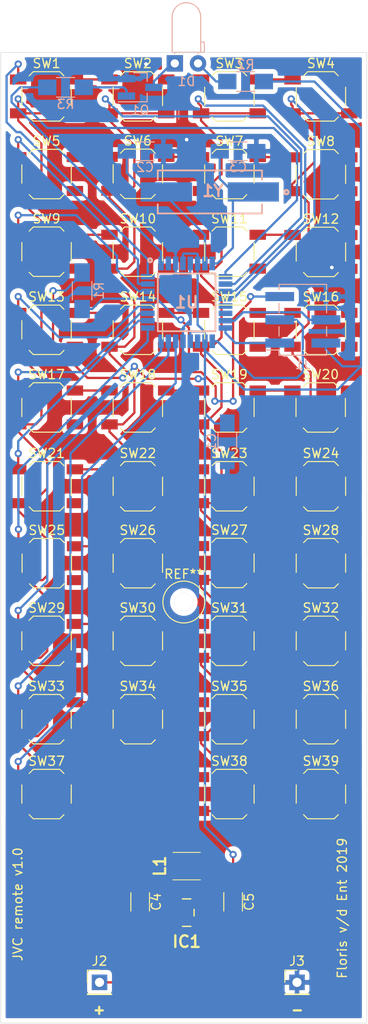
<source format=kicad_pcb>
(kicad_pcb (version 20171130) (host pcbnew "(5.1.0)-1")
  (layers (0 F.Cu signal) (31 B.Cu signal) (34 B.Paste user) (35 F.Paste user) (36 B.SilkS user) (37 F.SilkS user) (38 B.Mask user) (39 F.Mask user) (44 Edge.Cuts user))
  (net 0 "")
  (net 1 GND)
  (net 2 VCC)
  (net 3 "Net-(C2-Pad1)")
  (net 4 "Net-(C3-Pad1)")
  (net 5 +BATT)
  (net 6 "Net-(D1-Pad2)")
  (net 7 "Net-(D1-Pad1)")
  (net 8 "Net-(IC1-Pad5)")
  (net 9 RST)
  (net 10 MOSI)
  (net 11 SCK)
  (net 12 MISO)
  (net 13 "Net-(Q1-Pad1)")
  (net 14 "Net-(R3-Pad1)")
  (net 15 1)
  (net 16 A)
  (net 17 2)
  (net 18 3)
  (net 19 4)
  (net 20 B)
  (net 21 C)
  (net 22 D)
  (net 23 E)
  (net 24 F)
  (net 25 G)
  (net 26 H)
  (net 27 I)
  (net 28 J)
  (module Connectors:1pin (layer F.Cu) (at 96.21 93.7)
    (fp_text reference REF** (at 0 -3.048) (layer F.SilkS))
    (fp_text value 1pin)
    (pad 1 thru_hole circle (at 0 0) (size 2 2) (drill 2) (layers *.Cu *.Mask))
  )
  (module SamacSys_Parts:QFP80P900X900X120-32N (layer B.Cu) (at 96.52 60.96 270)
    (fp_text reference U1 (at 0 0 180) (layer B.SilkS) (effects (font (size 1.27 1.27) (thickness 0.254)) (justify mirror)))
    (fp_text value ATmega328P-AU hide)
    (pad 32 smd rect (at -2.8 4.25 270) (size 0.6 1.5) (layers B.Cu B.Paste B.Mask) (net 16 A))
    (pad 31 smd rect (at -2 4.25 270) (size 0.6 1.5) (layers B.Cu B.Paste B.Mask) (net 20 B))
    (pad 30 smd rect (at -1.2 4.25 270) (size 0.6 1.5) (layers B.Cu B.Paste B.Mask) (net 21 C))
    (pad 29 smd rect (at -0.4 4.25 270) (size 0.6 1.5) (layers B.Cu B.Paste B.Mask) (net 9 RST))
    (pad 28 smd rect (at 0.4 4.25 270) (size 0.6 1.5) (layers B.Cu B.Paste B.Mask) (net 22 D))
    (pad 27 smd rect (at 1.2 4.25 270) (size 0.6 1.5) (layers B.Cu B.Paste B.Mask) (net 23 E))
    (pad 26 smd rect (at 2 4.25 270) (size 0.6 1.5) (layers B.Cu B.Paste B.Mask) (net 24 F))
    (pad 25 smd rect (at 2.8 4.25 270) (size 0.6 1.5) (layers B.Cu B.Paste B.Mask) (net 25 G))
    (pad 24 smd rect (at 4.25 2.8 180) (size 0.6 1.5) (layers B.Cu B.Paste B.Mask) (net 26 H))
    (pad 23 smd rect (at 4.25 2 180) (size 0.6 1.5) (layers B.Cu B.Paste B.Mask) (net 27 I))
    (pad 22 smd rect (at 4.25 1.2 180) (size 0.6 1.5) (layers B.Cu B.Paste B.Mask) (net 28 J))
    (pad 21 smd rect (at 4.25 0.4 180) (size 0.6 1.5) (layers B.Cu B.Paste B.Mask) (net 1 GND))
    (pad 20 smd rect (at 4.25 -0.4 180) (size 0.6 1.5) (layers B.Cu B.Paste B.Mask) (net 2 VCC))
    (pad 19 smd rect (at 4.25 -1.2 180) (size 0.6 1.5) (layers B.Cu B.Paste B.Mask))
    (pad 18 smd rect (at 4.25 -2 180) (size 0.6 1.5) (layers B.Cu B.Paste B.Mask) (net 2 VCC))
    (pad 17 smd rect (at 4.25 -2.8 180) (size 0.6 1.5) (layers B.Cu B.Paste B.Mask) (net 11 SCK))
    (pad 16 smd rect (at 2.8 -4.25 270) (size 0.6 1.5) (layers B.Cu B.Paste B.Mask) (net 12 MISO))
    (pad 15 smd rect (at 2 -4.25 270) (size 0.6 1.5) (layers B.Cu B.Paste B.Mask) (net 10 MOSI))
    (pad 14 smd rect (at 1.2 -4.25 270) (size 0.6 1.5) (layers B.Cu B.Paste B.Mask))
    (pad 13 smd rect (at 0.4 -4.25 270) (size 0.6 1.5) (layers B.Cu B.Paste B.Mask))
    (pad 12 smd rect (at -0.4 -4.25 270) (size 0.6 1.5) (layers B.Cu B.Paste B.Mask) (net 19 4))
    (pad 11 smd rect (at -1.2 -4.25 270) (size 0.6 1.5) (layers B.Cu B.Paste B.Mask) (net 18 3))
    (pad 10 smd rect (at -2 -4.25 270) (size 0.6 1.5) (layers B.Cu B.Paste B.Mask) (net 17 2))
    (pad 9 smd rect (at -2.8 -4.25 270) (size 0.6 1.5) (layers B.Cu B.Paste B.Mask) (net 15 1))
    (pad 8 smd rect (at -4.25 -2.8 180) (size 0.6 1.5) (layers B.Cu B.Paste B.Mask) (net 4 "Net-(C3-Pad1)"))
    (pad 7 smd rect (at -4.25 -2 180) (size 0.6 1.5) (layers B.Cu B.Paste B.Mask) (net 3 "Net-(C2-Pad1)"))
    (pad 6 smd rect (at -4.25 -1.2 180) (size 0.6 1.5) (layers B.Cu B.Paste B.Mask) (net 2 VCC))
    (pad 5 smd rect (at -4.25 -0.4 180) (size 0.6 1.5) (layers B.Cu B.Paste B.Mask) (net 1 GND))
    (pad 4 smd rect (at -4.25 0.4 180) (size 0.6 1.5) (layers B.Cu B.Paste B.Mask) (net 2 VCC))
    (pad 3 smd rect (at -4.25 1.2 180) (size 0.6 1.5) (layers B.Cu B.Paste B.Mask) (net 1 GND))
    (pad 2 smd rect (at -4.25 2 180) (size 0.6 1.5) (layers B.Cu B.Paste B.Mask))
    (pad 1 smd rect (at -4.25 2.8 180) (size 0.6 1.5) (layers B.Cu B.Paste B.Mask) (net 14 "Net-(R3-Pad1)"))
  )
  (module custom:SW_SPST_SKQG_4PINS (layer F.Cu) (at 111.2012 114.681)
    (fp_text reference SW39 (at 0 -3.6) (layer F.SilkS))
    (fp_text value SW_SPST)
    (pad 1 smd rect (at -3.1 -1.85) (size 1.8 1.1) (layers F.Cu F.Paste F.Mask))
    (pad "" smd rect (at 3.1 -1.85) (size 1.8 1.1) (layers F.Cu F.Paste F.Mask))
    (pad 2 smd rect (at -3.1 1.85) (size 1.8 1.1) (layers F.Cu F.Paste F.Mask))
    (pad "" smd rect (at 3.1 1.85) (size 1.8 1.1) (layers F.Cu F.Paste F.Mask))
  )
  (module custom:SW_SPST_SKQG_4PINS (layer F.Cu) (at 101.1936 114.681)
    (fp_text reference SW38 (at 0 -3.6) (layer F.SilkS))
    (fp_text value SW_SPST)
    (pad 1 smd rect (at -3.1 -1.85) (size 1.8 1.1) (layers F.Cu F.Paste F.Mask))
    (pad "" smd rect (at 3.1 -1.85) (size 1.8 1.1) (layers F.Cu F.Paste F.Mask))
    (pad 2 smd rect (at -3.1 1.85) (size 1.8 1.1) (layers F.Cu F.Paste F.Mask))
    (pad "" smd rect (at 3.1 1.85) (size 1.8 1.1) (layers F.Cu F.Paste F.Mask))
  )
  (module custom:SW_SPST_SKQG_4PINS (layer F.Cu) (at 81.2038 114.681)
    (fp_text reference SW37 (at 0 -3.6) (layer F.SilkS))
    (fp_text value SW_SPST)
    (pad 1 smd rect (at -3.1 -1.85) (size 1.8 1.1) (layers F.Cu F.Paste F.Mask) (net 28 J))
    (pad "" smd rect (at 3.1 -1.85) (size 1.8 1.1) (layers F.Cu F.Paste F.Mask))
    (pad 2 smd rect (at -3.1 1.85) (size 1.8 1.1) (layers F.Cu F.Paste F.Mask))
    (pad "" smd rect (at 3.1 1.85) (size 1.8 1.1) (layers F.Cu F.Paste F.Mask))
  )
  (module custom:SW_SPST_SKQG_4PINS (layer F.Cu) (at 111.2012 106.5022)
    (fp_text reference SW36 (at 0 -3.6) (layer F.SilkS))
    (fp_text value SW_SPST)
    (pad 1 smd rect (at -3.1 -1.85) (size 1.8 1.1) (layers F.Cu F.Paste F.Mask))
    (pad "" smd rect (at 3.1 -1.85) (size 1.8 1.1) (layers F.Cu F.Paste F.Mask))
    (pad 2 smd rect (at -3.1 1.85) (size 1.8 1.1) (layers F.Cu F.Paste F.Mask))
    (pad "" smd rect (at 3.1 1.85) (size 1.8 1.1) (layers F.Cu F.Paste F.Mask))
  )
  (module custom:SW_SPST_SKQG_4PINS (layer F.Cu) (at 101.1936 106.5022)
    (fp_text reference SW35 (at 0 -3.6) (layer F.SilkS))
    (fp_text value SW_SPST)
    (pad 1 smd rect (at -3.1 -1.85) (size 1.8 1.1) (layers F.Cu F.Paste F.Mask))
    (pad "" smd rect (at 3.1 -1.85) (size 1.8 1.1) (layers F.Cu F.Paste F.Mask))
    (pad 2 smd rect (at -3.1 1.85) (size 1.8 1.1) (layers F.Cu F.Paste F.Mask))
    (pad "" smd rect (at 3.1 1.85) (size 1.8 1.1) (layers F.Cu F.Paste F.Mask))
  )
  (module custom:SW_SPST_SKQG_4PINS (layer F.Cu) (at 91.186 106.5022)
    (fp_text reference SW34 (at 0 -3.6) (layer F.SilkS))
    (fp_text value SW_SPST)
    (pad 1 smd rect (at -3.1 -1.85) (size 1.8 1.1) (layers F.Cu F.Paste F.Mask))
    (pad "" smd rect (at 3.1 -1.85) (size 1.8 1.1) (layers F.Cu F.Paste F.Mask))
    (pad 2 smd rect (at -3.1 1.85) (size 1.8 1.1) (layers F.Cu F.Paste F.Mask))
    (pad "" smd rect (at 3.1 1.85) (size 1.8 1.1) (layers F.Cu F.Paste F.Mask))
  )
  (module custom:SW_SPST_SKQG_4PINS (layer F.Cu) (at 81.2038 106.5022)
    (fp_text reference SW33 (at 0 -3.6) (layer F.SilkS))
    (fp_text value SW_SPST)
    (pad 1 smd rect (at -3.1 -1.85) (size 1.8 1.1) (layers F.Cu F.Paste F.Mask) (net 27 I))
    (pad "" smd rect (at 3.1 -1.85) (size 1.8 1.1) (layers F.Cu F.Paste F.Mask))
    (pad 2 smd rect (at -3.1 1.85) (size 1.8 1.1) (layers F.Cu F.Paste F.Mask))
    (pad "" smd rect (at 3.1 1.85) (size 1.8 1.1) (layers F.Cu F.Paste F.Mask))
  )
  (module custom:SW_SPST_SKQG_4PINS (layer F.Cu) (at 111.2012 97.9424)
    (fp_text reference SW32 (at 0 -3.6) (layer F.SilkS))
    (fp_text value SW_SPST)
    (pad 1 smd rect (at -3.1 -1.85) (size 1.8 1.1) (layers F.Cu F.Paste F.Mask))
    (pad "" smd rect (at 3.1 -1.85) (size 1.8 1.1) (layers F.Cu F.Paste F.Mask))
    (pad 2 smd rect (at -3.1 1.85) (size 1.8 1.1) (layers F.Cu F.Paste F.Mask))
    (pad "" smd rect (at 3.1 1.85) (size 1.8 1.1) (layers F.Cu F.Paste F.Mask))
  )
  (module custom:SW_SPST_SKQG_4PINS (layer F.Cu) (at 101.1936 97.9424)
    (fp_text reference SW31 (at 0 -3.6) (layer F.SilkS))
    (fp_text value SW_SPST)
    (pad 1 smd rect (at -3.1 -1.85) (size 1.8 1.1) (layers F.Cu F.Paste F.Mask))
    (pad "" smd rect (at 3.1 -1.85) (size 1.8 1.1) (layers F.Cu F.Paste F.Mask))
    (pad 2 smd rect (at -3.1 1.85) (size 1.8 1.1) (layers F.Cu F.Paste F.Mask))
    (pad "" smd rect (at 3.1 1.85) (size 1.8 1.1) (layers F.Cu F.Paste F.Mask))
  )
  (module custom:SW_SPST_SKQG_4PINS (layer F.Cu) (at 91.186 97.9424)
    (fp_text reference SW30 (at 0 -3.6) (layer F.SilkS))
    (fp_text value SW_SPST)
    (pad 1 smd rect (at -3.1 -1.85) (size 1.8 1.1) (layers F.Cu F.Paste F.Mask))
    (pad "" smd rect (at 3.1 -1.85) (size 1.8 1.1) (layers F.Cu F.Paste F.Mask))
    (pad 2 smd rect (at -3.1 1.85) (size 1.8 1.1) (layers F.Cu F.Paste F.Mask))
    (pad "" smd rect (at 3.1 1.85) (size 1.8 1.1) (layers F.Cu F.Paste F.Mask))
  )
  (module custom:SW_SPST_SKQG_4PINS (layer F.Cu) (at 81.2038 97.9424)
    (fp_text reference SW29 (at 0 -3.6) (layer F.SilkS))
    (fp_text value SW_SPST)
    (pad 1 smd rect (at -3.1 -1.85) (size 1.8 1.1) (layers F.Cu F.Paste F.Mask) (net 26 H))
    (pad "" smd rect (at 3.1 -1.85) (size 1.8 1.1) (layers F.Cu F.Paste F.Mask))
    (pad 2 smd rect (at -3.1 1.85) (size 1.8 1.1) (layers F.Cu F.Paste F.Mask))
    (pad "" smd rect (at 3.1 1.85) (size 1.8 1.1) (layers F.Cu F.Paste F.Mask))
  )
  (module custom:SW_SPST_SKQG_4PINS (layer F.Cu) (at 111.2012 89.4588)
    (fp_text reference SW28 (at 0 -3.6) (layer F.SilkS))
    (fp_text value SW_SPST)
    (pad 1 smd rect (at -3.1 -1.85) (size 1.8 1.1) (layers F.Cu F.Paste F.Mask))
    (pad "" smd rect (at 3.1 -1.85) (size 1.8 1.1) (layers F.Cu F.Paste F.Mask))
    (pad 2 smd rect (at -3.1 1.85) (size 1.8 1.1) (layers F.Cu F.Paste F.Mask))
    (pad "" smd rect (at 3.1 1.85) (size 1.8 1.1) (layers F.Cu F.Paste F.Mask))
  )
  (module custom:SW_SPST_SKQG_4PINS (layer F.Cu) (at 101.1936 89.4334)
    (fp_text reference SW27 (at 0 -3.6) (layer F.SilkS))
    (fp_text value SW_SPST)
    (pad 1 smd rect (at -3.1 -1.85) (size 1.8 1.1) (layers F.Cu F.Paste F.Mask))
    (pad "" smd rect (at 3.1 -1.85) (size 1.8 1.1) (layers F.Cu F.Paste F.Mask))
    (pad 2 smd rect (at -3.1 1.85) (size 1.8 1.1) (layers F.Cu F.Paste F.Mask))
    (pad "" smd rect (at 3.1 1.85) (size 1.8 1.1) (layers F.Cu F.Paste F.Mask))
  )
  (module custom:SW_SPST_SKQG_4PINS (layer F.Cu) (at 91.186 89.4588)
    (fp_text reference SW26 (at 0 -3.6) (layer F.SilkS))
    (fp_text value SW_SPST)
    (pad 1 smd rect (at -3.1 -1.85) (size 1.8 1.1) (layers F.Cu F.Paste F.Mask))
    (pad "" smd rect (at 3.1 -1.85) (size 1.8 1.1) (layers F.Cu F.Paste F.Mask))
    (pad 2 smd rect (at -3.1 1.85) (size 1.8 1.1) (layers F.Cu F.Paste F.Mask))
    (pad "" smd rect (at 3.1 1.85) (size 1.8 1.1) (layers F.Cu F.Paste F.Mask))
  )
  (module custom:SW_SPST_SKQG_4PINS (layer F.Cu) (at 81.2292 89.4588)
    (fp_text reference SW25 (at 0 -3.6) (layer F.SilkS))
    (fp_text value SW_SPST)
    (pad 1 smd rect (at -3.1 -1.85) (size 1.8 1.1) (layers F.Cu F.Paste F.Mask) (net 25 G))
    (pad "" smd rect (at 3.1 -1.85) (size 1.8 1.1) (layers F.Cu F.Paste F.Mask))
    (pad 2 smd rect (at -3.1 1.85) (size 1.8 1.1) (layers F.Cu F.Paste F.Mask))
    (pad "" smd rect (at 3.1 1.85) (size 1.8 1.1) (layers F.Cu F.Paste F.Mask))
  )
  (module custom:SW_SPST_SKQG_4PINS (layer F.Cu) (at 111.2012 81.0514)
    (fp_text reference SW24 (at 0 -3.6) (layer F.SilkS))
    (fp_text value SW_SPST)
    (pad 1 smd rect (at -3.1 -1.85) (size 1.8 1.1) (layers F.Cu F.Paste F.Mask))
    (pad "" smd rect (at 3.1 -1.85) (size 1.8 1.1) (layers F.Cu F.Paste F.Mask))
    (pad 2 smd rect (at -3.1 1.85) (size 1.8 1.1) (layers F.Cu F.Paste F.Mask))
    (pad "" smd rect (at 3.1 1.85) (size 1.8 1.1) (layers F.Cu F.Paste F.Mask))
  )
  (module custom:SW_SPST_SKQG_4PINS (layer F.Cu) (at 101.1936 81.0514)
    (fp_text reference SW23 (at 0 -3.6) (layer F.SilkS))
    (fp_text value SW_SPST)
    (pad 1 smd rect (at -3.1 -1.85) (size 1.8 1.1) (layers F.Cu F.Paste F.Mask))
    (pad "" smd rect (at 3.1 -1.85) (size 1.8 1.1) (layers F.Cu F.Paste F.Mask))
    (pad 2 smd rect (at -3.1 1.85) (size 1.8 1.1) (layers F.Cu F.Paste F.Mask))
    (pad "" smd rect (at 3.1 1.85) (size 1.8 1.1) (layers F.Cu F.Paste F.Mask))
  )
  (module custom:SW_SPST_SKQG_4PINS (layer F.Cu) (at 91.186 81.0514)
    (fp_text reference SW22 (at 0 -3.6) (layer F.SilkS))
    (fp_text value SW_SPST)
    (pad 1 smd rect (at -3.1 -1.85) (size 1.8 1.1) (layers F.Cu F.Paste F.Mask))
    (pad "" smd rect (at 3.1 -1.85) (size 1.8 1.1) (layers F.Cu F.Paste F.Mask))
    (pad 2 smd rect (at -3.1 1.85) (size 1.8 1.1) (layers F.Cu F.Paste F.Mask))
    (pad "" smd rect (at 3.1 1.85) (size 1.8 1.1) (layers F.Cu F.Paste F.Mask))
  )
  (module custom:SW_SPST_SKQG_4PINS (layer F.Cu) (at 81.2038 81.0514)
    (fp_text reference SW21 (at 0 -3.6) (layer F.SilkS))
    (fp_text value SW_SPST)
    (pad 1 smd rect (at -3.1 -1.85) (size 1.8 1.1) (layers F.Cu F.Paste F.Mask) (net 24 F))
    (pad "" smd rect (at 3.1 -1.85) (size 1.8 1.1) (layers F.Cu F.Paste F.Mask))
    (pad 2 smd rect (at -3.1 1.85) (size 1.8 1.1) (layers F.Cu F.Paste F.Mask))
    (pad "" smd rect (at 3.1 1.85) (size 1.8 1.1) (layers F.Cu F.Paste F.Mask))
  )
  (module custom:SW_SPST_SKQG_4PINS (layer F.Cu) (at 111.1758 72.4408)
    (fp_text reference SW20 (at 0 -3.6) (layer F.SilkS))
    (fp_text value SW_SPST)
    (pad 1 smd rect (at -3.1 -1.85) (size 1.8 1.1) (layers F.Cu F.Paste F.Mask))
    (pad "" smd rect (at 3.1 -1.85) (size 1.8 1.1) (layers F.Cu F.Paste F.Mask))
    (pad 2 smd rect (at -3.1 1.85) (size 1.8 1.1) (layers F.Cu F.Paste F.Mask))
    (pad "" smd rect (at 3.1 1.85) (size 1.8 1.1) (layers F.Cu F.Paste F.Mask))
  )
  (module custom:SW_SPST_SKQG_4PINS (layer F.Cu) (at 101.1936 72.4408)
    (fp_text reference SW19 (at 0 -3.6) (layer F.SilkS))
    (fp_text value SW_SPST)
    (pad 1 smd rect (at -3.1 -1.85) (size 1.8 1.1) (layers F.Cu F.Paste F.Mask))
    (pad "" smd rect (at 3.1 -1.85) (size 1.8 1.1) (layers F.Cu F.Paste F.Mask))
    (pad 2 smd rect (at -3.1 1.85) (size 1.8 1.1) (layers F.Cu F.Paste F.Mask))
    (pad "" smd rect (at 3.1 1.85) (size 1.8 1.1) (layers F.Cu F.Paste F.Mask))
  )
  (module custom:SW_SPST_SKQG_4PINS (layer F.Cu) (at 91.186 72.4408)
    (fp_text reference SW18 (at 0 -3.6) (layer F.SilkS))
    (fp_text value SW_SPST)
    (pad 1 smd rect (at -3.1 -1.85) (size 1.8 1.1) (layers F.Cu F.Paste F.Mask))
    (pad "" smd rect (at 3.1 -1.85) (size 1.8 1.1) (layers F.Cu F.Paste F.Mask))
    (pad 2 smd rect (at -3.1 1.85) (size 1.8 1.1) (layers F.Cu F.Paste F.Mask))
    (pad "" smd rect (at 3.1 1.85) (size 1.8 1.1) (layers F.Cu F.Paste F.Mask))
  )
  (module custom:SW_SPST_SKQG_4PINS (layer F.Cu) (at 81.2038 72.4408)
    (fp_text reference SW17 (at 0 -3.6) (layer F.SilkS))
    (fp_text value SW_SPST)
    (pad 1 smd rect (at -3.1 -1.85) (size 1.8 1.1) (layers F.Cu F.Paste F.Mask) (net 23 E))
    (pad "" smd rect (at 3.1 -1.85) (size 1.8 1.1) (layers F.Cu F.Paste F.Mask))
    (pad 2 smd rect (at -3.1 1.85) (size 1.8 1.1) (layers F.Cu F.Paste F.Mask))
    (pad "" smd rect (at 3.1 1.85) (size 1.8 1.1) (layers F.Cu F.Paste F.Mask))
  )
  (module custom:SW_SPST_SKQG_4PINS (layer F.Cu) (at 111.2012 63.9572)
    (fp_text reference SW16 (at 0 -3.6) (layer F.SilkS))
    (fp_text value SW_SPST)
    (pad 1 smd rect (at -3.1 -1.85) (size 1.8 1.1) (layers F.Cu F.Paste F.Mask))
    (pad "" smd rect (at 3.1 -1.85) (size 1.8 1.1) (layers F.Cu F.Paste F.Mask))
    (pad 2 smd rect (at -3.1 1.85) (size 1.8 1.1) (layers F.Cu F.Paste F.Mask))
    (pad "" smd rect (at 3.1 1.85) (size 1.8 1.1) (layers F.Cu F.Paste F.Mask))
  )
  (module custom:SW_SPST_SKQG_4PINS (layer F.Cu) (at 101.1936 63.9572)
    (fp_text reference SW15 (at 0 -3.6) (layer F.SilkS))
    (fp_text value SW_SPST)
    (pad 1 smd rect (at -3.1 -1.85) (size 1.8 1.1) (layers F.Cu F.Paste F.Mask))
    (pad "" smd rect (at 3.1 -1.85) (size 1.8 1.1) (layers F.Cu F.Paste F.Mask))
    (pad 2 smd rect (at -3.1 1.85) (size 1.8 1.1) (layers F.Cu F.Paste F.Mask))
    (pad "" smd rect (at 3.1 1.85) (size 1.8 1.1) (layers F.Cu F.Paste F.Mask))
  )
  (module custom:SW_SPST_SKQG_4PINS (layer F.Cu) (at 91.186 63.9572)
    (fp_text reference SW14 (at 0 -3.6) (layer F.SilkS))
    (fp_text value SW_SPST)
    (pad 1 smd rect (at -3.1 -1.85) (size 1.8 1.1) (layers F.Cu F.Paste F.Mask))
    (pad "" smd rect (at 3.1 -1.85) (size 1.8 1.1) (layers F.Cu F.Paste F.Mask))
    (pad 2 smd rect (at -3.1 1.85) (size 1.8 1.1) (layers F.Cu F.Paste F.Mask))
    (pad "" smd rect (at 3.1 1.85) (size 1.8 1.1) (layers F.Cu F.Paste F.Mask))
  )
  (module custom:SW_SPST_SKQG_4PINS (layer F.Cu) (at 81.2038 63.9572)
    (fp_text reference SW13 (at 0 -3.6) (layer F.SilkS))
    (fp_text value SW_SPST)
    (pad 1 smd rect (at -3.1 -1.85) (size 1.8 1.1) (layers F.Cu F.Paste F.Mask) (net 22 D))
    (pad "" smd rect (at 3.1 -1.85) (size 1.8 1.1) (layers F.Cu F.Paste F.Mask))
    (pad 2 smd rect (at -3.1 1.85) (size 1.8 1.1) (layers F.Cu F.Paste F.Mask))
    (pad "" smd rect (at 3.1 1.85) (size 1.8 1.1) (layers F.Cu F.Paste F.Mask))
  )
  (module custom:SW_SPST_SKQG_4PINS (layer F.Cu) (at 111.2012 55.4482)
    (fp_text reference SW12 (at 0 -3.6) (layer F.SilkS))
    (fp_text value SW_SPST)
    (pad 1 smd rect (at -3.1 -1.85) (size 1.8 1.1) (layers F.Cu F.Paste F.Mask))
    (pad "" smd rect (at 3.1 -1.85) (size 1.8 1.1) (layers F.Cu F.Paste F.Mask))
    (pad 2 smd rect (at -3.1 1.85) (size 1.8 1.1) (layers F.Cu F.Paste F.Mask))
    (pad "" smd rect (at 3.1 1.85) (size 1.8 1.1) (layers F.Cu F.Paste F.Mask))
  )
  (module custom:SW_SPST_SKQG_4PINS (layer F.Cu) (at 101.1936 55.4228)
    (fp_text reference SW11 (at 0 -3.6) (layer F.SilkS))
    (fp_text value SW_SPST)
    (pad 1 smd rect (at -3.1 -1.85) (size 1.8 1.1) (layers F.Cu F.Paste F.Mask))
    (pad "" smd rect (at 3.1 -1.85) (size 1.8 1.1) (layers F.Cu F.Paste F.Mask))
    (pad 2 smd rect (at -3.1 1.85) (size 1.8 1.1) (layers F.Cu F.Paste F.Mask))
    (pad "" smd rect (at 3.1 1.85) (size 1.8 1.1) (layers F.Cu F.Paste F.Mask))
  )
  (module custom:SW_SPST_SKQG_4PINS (layer F.Cu) (at 91.186 55.4228)
    (fp_text reference SW10 (at 0 -3.6) (layer F.SilkS))
    (fp_text value SW_SPST)
    (pad 1 smd rect (at -3.1 -1.85) (size 1.8 1.1) (layers F.Cu F.Paste F.Mask))
    (pad "" smd rect (at 3.1 -1.85) (size 1.8 1.1) (layers F.Cu F.Paste F.Mask))
    (pad 2 smd rect (at -3.1 1.85) (size 1.8 1.1) (layers F.Cu F.Paste F.Mask))
    (pad "" smd rect (at 3.1 1.85) (size 1.8 1.1) (layers F.Cu F.Paste F.Mask))
  )
  (module custom:SW_SPST_SKQG_4PINS (layer F.Cu) (at 81.2038 55.4228)
    (fp_text reference SW9 (at 0 -3.6) (layer F.SilkS))
    (fp_text value SW_SPST)
    (pad 1 smd rect (at -3.1 -1.85) (size 1.8 1.1) (layers F.Cu F.Paste F.Mask) (net 21 C))
    (pad "" smd rect (at 3.1 -1.85) (size 1.8 1.1) (layers F.Cu F.Paste F.Mask))
    (pad 2 smd rect (at -3.1 1.85) (size 1.8 1.1) (layers F.Cu F.Paste F.Mask))
    (pad "" smd rect (at 3.1 1.85) (size 1.8 1.1) (layers F.Cu F.Paste F.Mask))
  )
  (module custom:SW_SPST_SKQG_4PINS (layer F.Cu) (at 111.2012 46.9646)
    (fp_text reference SW8 (at 0 -3.6) (layer F.SilkS))
    (fp_text value SW_SPST)
    (pad 1 smd rect (at -3.1 -1.85) (size 1.8 1.1) (layers F.Cu F.Paste F.Mask))
    (pad "" smd rect (at 3.1 -1.85) (size 1.8 1.1) (layers F.Cu F.Paste F.Mask))
    (pad 2 smd rect (at -3.1 1.85) (size 1.8 1.1) (layers F.Cu F.Paste F.Mask))
    (pad "" smd rect (at 3.1 1.85) (size 1.8 1.1) (layers F.Cu F.Paste F.Mask))
  )
  (module custom:SW_SPST_SKQG_4PINS (layer F.Cu) (at 101.1936 46.9392)
    (fp_text reference SW7 (at 0 -3.6) (layer F.SilkS))
    (fp_text value SW_SPST)
    (pad 1 smd rect (at -3.1 -1.85) (size 1.8 1.1) (layers F.Cu F.Paste F.Mask))
    (pad "" smd rect (at 3.1 -1.85) (size 1.8 1.1) (layers F.Cu F.Paste F.Mask))
    (pad 2 smd rect (at -3.1 1.85) (size 1.8 1.1) (layers F.Cu F.Paste F.Mask))
    (pad "" smd rect (at 3.1 1.85) (size 1.8 1.1) (layers F.Cu F.Paste F.Mask))
  )
  (module custom:SW_SPST_SKQG_4PINS (layer F.Cu) (at 91.186 46.9138)
    (fp_text reference SW6 (at 0 -3.6) (layer F.SilkS))
    (fp_text value SW_SPST)
    (pad 1 smd rect (at -3.1 -1.85) (size 1.8 1.1) (layers F.Cu F.Paste F.Mask))
    (pad "" smd rect (at 3.1 -1.85) (size 1.8 1.1) (layers F.Cu F.Paste F.Mask))
    (pad 2 smd rect (at -3.1 1.85) (size 1.8 1.1) (layers F.Cu F.Paste F.Mask))
    (pad "" smd rect (at 3.1 1.85) (size 1.8 1.1) (layers F.Cu F.Paste F.Mask))
  )
  (module custom:SW_SPST_SKQG_4PINS (layer F.Cu) (at 81.2038 46.9392)
    (fp_text reference SW5 (at 0 -3.6) (layer F.SilkS))
    (fp_text value SW_SPST)
    (pad 1 smd rect (at -3.1 -1.85) (size 1.8 1.1) (layers F.Cu F.Paste F.Mask) (net 20 B))
    (pad "" smd rect (at 3.1 -1.85) (size 1.8 1.1) (layers F.Cu F.Paste F.Mask))
    (pad 2 smd rect (at -3.1 1.85) (size 1.8 1.1) (layers F.Cu F.Paste F.Mask))
    (pad "" smd rect (at 3.1 1.85) (size 1.8 1.1) (layers F.Cu F.Paste F.Mask))
  )
  (module custom:SW_SPST_SKQG_4PINS (layer F.Cu) (at 111.2012 38.4556)
    (fp_text reference SW4 (at 0 -3.6) (layer F.SilkS))
    (fp_text value SW_SPST)
    (pad 1 smd rect (at -3.1 -1.85) (size 1.8 1.1) (layers F.Cu F.Paste F.Mask))
    (pad "" smd rect (at 3.1 -1.85) (size 1.8 1.1) (layers F.Cu F.Paste F.Mask))
    (pad 2 smd rect (at -3.1 1.85) (size 1.8 1.1) (layers F.Cu F.Paste F.Mask) (net 19 4))
    (pad "" smd rect (at 3.1 1.85) (size 1.8 1.1) (layers F.Cu F.Paste F.Mask))
  )
  (module custom:SW_SPST_SKQG_4PINS (layer F.Cu) (at 101.1936 38.4556)
    (fp_text reference SW3 (at 0 -3.6) (layer F.SilkS))
    (fp_text value SW_SPST)
    (pad 1 smd rect (at -3.1 -1.85) (size 1.8 1.1) (layers F.Cu F.Paste F.Mask))
    (pad "" smd rect (at 3.1 -1.85) (size 1.8 1.1) (layers F.Cu F.Paste F.Mask))
    (pad 2 smd rect (at -3.1 1.85) (size 1.8 1.1) (layers F.Cu F.Paste F.Mask) (net 18 3))
    (pad "" smd rect (at 3.1 1.85) (size 1.8 1.1) (layers F.Cu F.Paste F.Mask))
  )
  (module custom:SW_SPST_SKQG_4PINS (layer F.Cu) (at 91.186 38.4556)
    (fp_text reference SW2 (at 0 -3.6) (layer F.SilkS))
    (fp_text value SW_SPST)
    (pad 1 smd rect (at -3.1 -1.85) (size 1.8 1.1) (layers F.Cu F.Paste F.Mask))
    (pad "" smd rect (at 3.1 -1.85) (size 1.8 1.1) (layers F.Cu F.Paste F.Mask))
    (pad 2 smd rect (at -3.1 1.85) (size 1.8 1.1) (layers F.Cu F.Paste F.Mask) (net 17 2))
    (pad "" smd rect (at 3.1 1.85) (size 1.8 1.1) (layers F.Cu F.Paste F.Mask))
  )
  (module custom:SW_SPST_SKQG_4PINS (layer F.Cu) (at 81.2038 38.4556)
    (fp_text reference SW1 (at 0 -3.6) (layer F.SilkS))
    (fp_text value SW_SPST)
    (pad 1 smd rect (at -3.1 -1.85) (size 1.8 1.1) (layers F.Cu F.Paste F.Mask) (net 16 A))
    (pad "" smd rect (at 3.1 -1.85) (size 1.8 1.1) (layers F.Cu F.Paste F.Mask))
    (pad 2 smd rect (at -3.1 1.85) (size 1.8 1.1) (layers F.Cu F.Paste F.Mask) (net 15 1))
    (pad "" smd rect (at 3.1 1.85) (size 1.8 1.1) (layers F.Cu F.Paste F.Mask))
  )
  (module custom:SOT-23_Handsoldering_rotated (layer B.Cu) (at 91.44 37.465)
    (fp_text reference Q1 (at 0 2.5) (layer B.SilkS) (effects (justify mirror)))
    (fp_text value BC817)
    (pad 3 smd rect (at 1.5 0) (size 1.9 0.8) (layers B.Cu B.Paste B.Mask) (net 7 "Net-(D1-Pad1)"))
    (pad 2 smd rect (at -1.5 -0.95) (size 1.9 0.8) (layers B.Cu B.Paste B.Mask) (net 1 GND))
    (pad 1 smd rect (at -1.5 0.95) (size 1.9 0.8) (layers B.Cu B.Paste B.Mask) (net 13 "Net-(Q1-Pad1)"))
  )
  (module SamacSys_Parts:SRN3015 (layer F.Cu) (at 96.52 122.555 270)
    (fp_text reference L1 (at 0 2.925001 270) (layer F.SilkS) (effects (font (size 1.27 1.27) (thickness 0.254))))
    (fp_text value 10u hide)
    (pad 2 smd rect (at 0 -1.1) (size 1 2.7) (layers F.Cu F.Paste F.Mask) (net 8 "Net-(IC1-Pad5)"))
    (pad 1 smd rect (at 0 1.1) (size 1 2.7) (layers F.Cu F.Paste F.Mask) (net 5 +BATT))
  )
  (module Pin_Headers:Pin_Header_Straight_2x03_Pitch2.54mm_SMD (layer B.Cu) (at 109.22 62.865)
    (fp_text reference J1 (at 0 4.87) (layer B.SilkS) (effects (justify mirror)))
    (fp_text value ISP)
    (pad 1 smd rect (at -2.525 2.54) (size 3.15 1) (layers B.Cu B.Paste B.Mask) (net 12 MISO))
    (pad 2 smd rect (at 2.525 2.54) (size 3.15 1) (layers B.Cu B.Paste B.Mask) (net 2 VCC))
    (pad 3 smd rect (at -2.525 0) (size 3.15 1) (layers B.Cu B.Paste B.Mask) (net 11 SCK))
    (pad 4 smd rect (at 2.525 0) (size 3.15 1) (layers B.Cu B.Paste B.Mask) (net 10 MOSI))
    (pad 5 smd rect (at -2.525 -2.54) (size 3.15 1) (layers B.Cu B.Paste B.Mask) (net 9 RST))
    (pad 6 smd rect (at 2.525 -2.54) (size 3.15 1) (layers B.Cu B.Paste B.Mask) (net 1 GND))
  )
  (module Capacitors_SMD:C_1206_HandSoldering (layer B.Cu) (at 100.965 76.2 270)
    (fp_text reference C1 (at 0 1.75 270) (layer B.SilkS) (effects (justify mirror)))
    (fp_text value 100n)
    (pad 1 smd rect (at -2 0 270) (size 2 1.6) (layers B.Cu B.Paste B.Mask) (net 2 VCC))
    (pad 2 smd rect (at 2 0 270) (size 2 1.6) (layers B.Cu B.Paste B.Mask) (net 1 GND))
  )
  (module Capacitors_SMD:C_1206_HandSoldering (layer B.Cu) (at 91.98 44.45)
    (fp_text reference C2 (at 0 1.75) (layer B.SilkS) (effects (justify mirror)))
    (fp_text value 22p)
    (pad 1 smd rect (at -2 0) (size 2 1.6) (layers B.Cu B.Paste B.Mask) (net 3 "Net-(C2-Pad1)"))
    (pad 2 smd rect (at 2 0) (size 2 1.6) (layers B.Cu B.Paste B.Mask) (net 1 GND))
  )
  (module Capacitors_SMD:C_1206_HandSoldering (layer B.Cu) (at 102.14 44.45)
    (fp_text reference C3 (at 0 1.75) (layer B.SilkS) (effects (justify mirror)))
    (fp_text value 22p)
    (pad 2 smd rect (at 2 0) (size 2 1.6) (layers B.Cu B.Paste B.Mask) (net 1 GND))
    (pad 1 smd rect (at -2 0) (size 2 1.6) (layers B.Cu B.Paste B.Mask) (net 4 "Net-(C3-Pad1)"))
  )
  (module Capacitors_SMD:C_1206_HandSoldering (layer F.Cu) (at 91.44 126.46 270)
    (fp_text reference C4 (at 0 -1.75 270) (layer F.SilkS))
    (fp_text value 10u)
    (pad 1 smd rect (at -2 0 270) (size 2 1.6) (layers F.Cu F.Paste F.Mask) (net 5 +BATT))
    (pad 2 smd rect (at 2 0 270) (size 2 1.6) (layers F.Cu F.Paste F.Mask) (net 1 GND))
  )
  (module Capacitors_SMD:C_1206_HandSoldering (layer F.Cu) (at 101.6 126.46 270)
    (fp_text reference C5 (at 0 -1.75 270) (layer F.SilkS))
    (fp_text value 10u)
    (pad 2 smd rect (at 2 0 270) (size 2 1.6) (layers F.Cu F.Paste F.Mask) (net 1 GND))
    (pad 1 smd rect (at -2 0 270) (size 2 1.6) (layers F.Cu F.Paste F.Mask) (net 2 VCC))
  )
  (module LEDs:LED_D3.0mm_Horizontal_O1.27mm_Z2.0mm (layer B.Cu) (at 95.2246 34.8488)
    (fp_text reference D1 (at 1.27 1.96) (layer B.SilkS) (effects (justify mirror)))
    (fp_text value LED)
    (pad 1 thru_hole rect (at 0 0) (size 1.8 1.8) (drill 0.9) (layers *.Cu *.Mask) (net 7 "Net-(D1-Pad1)"))
    (pad 2 thru_hole circle (at 2.54 0) (size 1.8 1.8) (drill 0.9) (layers *.Cu *.Mask) (net 6 "Net-(D1-Pad2)"))
  )
  (module SamacSys_Parts:SOT95P275X110-5N (layer F.Cu) (at 96.52 127.635)
    (fp_text reference IC1 (at 0 3.175) (layer F.SilkS) (effects (font (size 1.27 1.27) (thickness 0.254))))
    (fp_text value MAX1724EZK50+T hide)
    (pad 1 smd rect (at -1.1938 -0.9398 90) (size 0.508 1.2192) (layers F.Cu F.Paste F.Mask) (net 5 +BATT))
    (pad 2 smd rect (at -1.1938 0 90) (size 0.508 1.2192) (layers F.Cu F.Paste F.Mask) (net 1 GND))
    (pad 3 smd rect (at -1.1938 0.9398 90) (size 0.508 1.2192) (layers F.Cu F.Paste F.Mask) (net 5 +BATT))
    (pad 4 smd rect (at 1.1938 0.9398 90) (size 0.508 1.2192) (layers F.Cu F.Paste F.Mask) (net 2 VCC))
    (pad 5 smd rect (at 1.1938 -0.9398 90) (size 0.508 1.2192) (layers F.Cu F.Paste F.Mask) (net 8 "Net-(IC1-Pad5)"))
  )
  (module Resistors_SMD:R_1206_HandSoldering (layer B.Cu) (at 85.09 59.69 90)
    (fp_text reference R1 (at 0 1.85 90) (layer B.SilkS) (effects (justify mirror)))
    (fp_text value 10K)
    (pad 1 smd rect (at -2 0 90) (size 2 1.7) (layers B.Cu B.Paste B.Mask) (net 9 RST))
    (pad 2 smd rect (at 2 0 90) (size 2 1.7) (layers B.Cu B.Paste B.Mask) (net 2 VCC))
  )
  (module Resistors_SMD:R_1206_HandSoldering (layer B.Cu) (at 102.965 36.83 180)
    (fp_text reference R2 (at 0 1.85 180) (layer B.SilkS) (effects (justify mirror)))
    (fp_text value 50)
    (pad 1 smd rect (at -2 0 180) (size 2 1.7) (layers B.Cu B.Paste B.Mask) (net 2 VCC))
    (pad 2 smd rect (at 2 0 180) (size 2 1.7) (layers B.Cu B.Paste B.Mask) (net 6 "Net-(D1-Pad2)"))
  )
  (module Resistors_SMD:R_1206_HandSoldering (layer B.Cu) (at 83.28 37.465)
    (fp_text reference R3 (at 0 1.85) (layer B.SilkS) (effects (justify mirror)))
    (fp_text value 1k)
    (pad 2 smd rect (at 2 0) (size 2 1.7) (layers B.Cu B.Paste B.Mask) (net 13 "Net-(Q1-Pad1)"))
    (pad 1 smd rect (at -2 0) (size 2 1.7) (layers B.Cu B.Paste B.Mask) (net 14 "Net-(R3-Pad1)"))
  )
  (module SamacSys_Parts:ABLS (layer B.Cu) (at 99.06 48.895 180)
    (fp_text reference Y1 (at -0.326 0.119 180) (layer B.SilkS) (effects (font (size 1.27 1.27) (thickness 0.254)) (justify mirror)))
    (fp_text value 16MHz hide)
    (pad 1 smd rect (at -4.75 0 90) (size 2.1 5.6) (layers B.Cu B.Paste B.Mask) (net 4 "Net-(C3-Pad1)"))
    (pad 2 smd rect (at 4.75 0 90) (size 2.1 5.6) (layers B.Cu B.Paste B.Mask) (net 3 "Net-(C2-Pad1)"))
  )
  (module Pin_Headers:Pin_Header_Straight_1x01_Pitch2.54mm (layer F.Cu) (at 86.995 135.255)
    (fp_text reference J2 (at 0 -2.33) (layer F.SilkS))
    (fp_text value Conn_01x01)
    (pad 1 thru_hole rect (at 0 0) (size 1.7 1.7) (drill 1) (layers *.Cu *.Mask) (net 5 +BATT))
  )
  (module Pin_Headers:Pin_Header_Straight_1x01_Pitch2.54mm (layer F.Cu) (at 108.585 135.255)
    (fp_text reference J3 (at 0 -2.33) (layer F.SilkS))
    (fp_text value Conn_01x01)
    (pad 1 thru_hole rect (at 0 0) (size 1.7 1.7) (drill 1) (layers *.Cu *.Mask) (net 1 GND))
  )
  (gr_text - (at 108.619 138.248) (layer F.SilkS) (effects (font (size 1 1) (thickness 0.25))))
  (gr_text + (at 86.959 138.248) (layer F.SilkS) (effects (font (size 1 1) (thickness 0.25))))
  (gr_text "JVC remote v1.0" (at 78.064 126.721 90) (layer F.SilkS) (effects (font (size 1 1))))
  (gr_text "Floris v/d Ent 2019" (at 113.526 127.155 90) (layer F.SilkS) (effects (font (size 1 1))))
  (gr_line (start 76.2 139.7) (end 76.2 33.655) (layer Edge.Cuts) (width 0.05))
  (gr_line (start 116.205 139.7) (end 76.2 139.7) (layer Edge.Cuts) (width 0.05))
  (gr_line (start 116.205 33.655) (end 116.205 139.7) (layer Edge.Cuts) (width 0.05))
  (gr_line (start 76.2 33.655) (end 116.205 33.655) (layer Edge.Cuts) (width 0.05))
  (segment (start 85.4538 36.6056) (end 88.086 36.6056) (width 0.25) (layer F.Cu) (net 0))
  (segment (start 84.3038 36.6056) (end 85.4538 36.6056) (width 0.25) (layer F.Cu) (net 0))
  (segment (start 94.286 36.6056) (end 98.0936 36.6056) (width 0.25) (layer F.Cu) (net 0))
  (segment (start 104.2936 36.6056) (end 108.1012 36.6056) (width 0.25) (layer F.Cu) (net 0))
  (segment (start 88.0606 45.0892) (end 88.086 45.0638) (width 0.25) (layer F.Cu) (net 0))
  (segment (start 84.3038 45.0892) (end 88.0606 45.0892) (width 0.25) (layer F.Cu) (net 0))
  (segment (start 98.0682 45.0638) (end 98.0936 45.0892) (width 0.25) (layer F.Cu) (net 0))
  (segment (start 94.286 45.0638) (end 98.0682 45.0638) (width 0.25) (layer F.Cu) (net 0))
  (segment (start 108.0758 45.0892) (end 108.1012 45.1146) (width 0.25) (layer F.Cu) (net 0))
  (segment (start 104.2936 45.0892) (end 108.0758 45.0892) (width 0.25) (layer F.Cu) (net 0))
  (segment (start 84.3038 53.5728) (end 88.086 53.5728) (width 0.25) (layer F.Cu) (net 0))
  (segment (start 94.286 53.5728) (end 98.0936 53.5728) (width 0.25) (layer F.Cu) (net 0))
  (segment (start 108.0758 53.5728) (end 108.1012 53.5982) (width 0.25) (layer F.Cu) (net 0))
  (segment (start 104.2936 53.5728) (end 108.0758 53.5728) (width 0.25) (layer F.Cu) (net 0))
  (segment (start 85.4538 62.1072) (end 88.086 62.1072) (width 0.25) (layer F.Cu) (net 0))
  (segment (start 84.3038 62.1072) (end 85.4538 62.1072) (width 0.25) (layer F.Cu) (net 0))
  (segment (start 94.286 62.1072) (end 98.0936 62.1072) (width 0.25) (layer F.Cu) (net 0))
  (segment (start 104.2936 62.1072) (end 108.1012 62.1072) (width 0.25) (layer F.Cu) (net 0))
  (segment (start 84.3038 70.5908) (end 88.086 70.5908) (width 0.25) (layer F.Cu) (net 0))
  (segment (start 94.286 70.5908) (end 98.0936 70.5908) (width 0.25) (layer F.Cu) (net 0))
  (segment (start 104.2936 70.5908) (end 108.0758 70.5908) (width 0.25) (layer F.Cu) (net 0))
  (segment (start 84.3038 79.2014) (end 88.086 79.2014) (width 0.25) (layer F.Cu) (net 0))
  (segment (start 94.286 79.2014) (end 98.0936 79.2014) (width 0.25) (layer F.Cu) (net 0))
  (segment (start 104.2936 79.2014) (end 108.1012 79.2014) (width 0.25) (layer F.Cu) (net 0))
  (segment (start 84.3292 87.6088) (end 88.086 87.6088) (width 0.25) (layer F.Cu) (net 0))
  (segment (start 98.0682 87.6088) (end 98.0936 87.5834) (width 0.25) (layer F.Cu) (net 0))
  (segment (start 94.286 87.6088) (end 98.0682 87.6088) (width 0.25) (layer F.Cu) (net 0))
  (segment (start 108.0758 87.5834) (end 108.1012 87.6088) (width 0.25) (layer F.Cu) (net 0))
  (segment (start 104.2936 87.5834) (end 108.0758 87.5834) (width 0.25) (layer F.Cu) (net 0))
  (segment (start 84.3038 96.0924) (end 88.086 96.0924) (width 0.25) (layer F.Cu) (net 0))
  (segment (start 94.286 96.0924) (end 98.0936 96.0924) (width 0.25) (layer F.Cu) (net 0))
  (segment (start 104.2936 96.0924) (end 108.1012 96.0924) (width 0.25) (layer F.Cu) (net 0))
  (segment (start 84.3038 104.6522) (end 88.086 104.6522) (width 0.25) (layer F.Cu) (net 0))
  (segment (start 94.286 104.6522) (end 98.0936 104.6522) (width 0.25) (layer F.Cu) (net 0))
  (segment (start 104.2936 104.6522) (end 108.1012 104.6522) (width 0.25) (layer F.Cu) (net 0))
  (segment (start 85.4538 112.831) (end 98.0936 112.831) (width 0.25) (layer F.Cu) (net 0))
  (segment (start 84.3038 112.831) (end 85.4538 112.831) (width 0.25) (layer F.Cu) (net 0))
  (segment (start 104.2936 112.831) (end 108.1012 112.831) (width 0.25) (layer F.Cu) (net 0))
  (segment (start 96.12 65.21) (end 96.12 66.275) (width 0.25) (layer B.Cu) (net 1))
  (segment (start 96.12 66.275) (end 96.52 66.675) (width 0.25) (layer B.Cu) (net 1))
  (segment (start 96.52 66.675) (end 96.52 67.31) (width 0.25) (layer B.Cu) (net 1))
  (segment (start 96.1858 127.635) (end 96.52 127.9692) (width 0.25) (layer F.Cu) (net 1))
  (segment (start 95.3262 127.635) (end 96.1858 127.635) (width 0.25) (layer F.Cu) (net 1))
  (segment (start 96.52 127.9692) (end 96.52 130.175) (width 0.25) (layer F.Cu) (net 1))
  (segment (start 96.92 62.903002) (end 96.92 57.71) (width 0.25) (layer B.Cu) (net 1))
  (segment (start 96.12 63.703002) (end 96.92 62.903002) (width 0.25) (layer B.Cu) (net 1))
  (segment (start 96.12 65.21) (end 96.12 63.703002) (width 0.25) (layer B.Cu) (net 1))
  (segment (start 95.32 57.71) (end 95.32 56.71) (width 0.25) (layer B.Cu) (net 1))
  (segment (start 95.395001 57.785001) (end 95.32 57.71) (width 0.25) (layer B.Cu) (net 1))
  (segment (start 96.844999 57.785001) (end 95.395001 57.785001) (width 0.25) (layer B.Cu) (net 1))
  (segment (start 96.92 57.71) (end 96.844999 57.785001) (width 0.25) (layer B.Cu) (net 1))
  (segment (start 96.92 56.71) (end 96.92 57.71) (width 0.25) (layer B.Cu) (net 1))
  (segment (start 89.94 35.865) (end 90.88 34.925) (width 0.25) (layer B.Cu) (net 1))
  (segment (start 89.94 36.515) (end 89.94 35.865) (width 0.25) (layer B.Cu) (net 1))
  (segment (start 90.88 34.925) (end 91.44 34.925) (width 0.25) (layer B.Cu) (net 1))
  (via (at 92.075 34.925) (size 0.8) (drill 0.4) (layers F.Cu B.Cu) (net 1))
  (segment (start 91.44 34.925) (end 92.075 34.925) (width 0.25) (layer B.Cu) (net 1))
  (segment (start 95.446001 39.430599) (end 95.511001 39.495599) (width 0.25) (layer F.Cu) (net 1))
  (segment (start 93.125999 39.430599) (end 95.446001 39.430599) (width 0.25) (layer F.Cu) (net 1))
  (segment (start 92.075 34.925) (end 92.075 38.3796) (width 0.25) (layer F.Cu) (net 1))
  (segment (start 92.075 38.3796) (end 93.125999 39.430599) (width 0.25) (layer F.Cu) (net 1))
  (segment (start 95.511001 39.495599) (end 95.511001 42.171001) (width 0.25) (layer F.Cu) (net 1))
  (segment (start 95.511001 42.171001) (end 96.52 43.18) (width 0.25) (layer F.Cu) (net 1))
  (via (at 96.52 43.18) (size 0.8) (drill 0.4) (layers F.Cu B.Cu) (net 1))
  (segment (start 95.32 55.71) (end 95.25 55.64) (width 0.25) (layer B.Cu) (net 1))
  (segment (start 95.32 56.71) (end 95.32 55.71) (width 0.25) (layer B.Cu) (net 1))
  (segment (start 95.25 55.64) (end 95.25 53.975) (width 0.25) (layer B.Cu) (net 1))
  (segment (start 111.745 59.575) (end 112.395 58.925) (width 0.25) (layer B.Cu) (net 1))
  (segment (start 111.745 60.325) (end 111.745 59.575) (width 0.25) (layer B.Cu) (net 1))
  (segment (start 112.395 58.925) (end 112.395 57.15) (width 0.25) (layer B.Cu) (net 1))
  (via (at 112.395 57.15) (size 0.8) (drill 0.4) (layers F.Cu B.Cu) (net 1))
  (segment (start 112.395 57.15) (end 112.395 55.88) (width 0.25) (layer F.Cu) (net 1))
  (segment (start 97.7138 128.5748) (end 98.7552 128.5748) (width 0.25) (layer F.Cu) (net 2))
  (segment (start 98.7552 128.5748) (end 99.06 128.27) (width 0.25) (layer F.Cu) (net 2))
  (segment (start 99.06 128.27) (end 99.06 125.73) (width 0.25) (layer F.Cu) (net 2))
  (segment (start 100.33 124.46) (end 101.6 124.46) (width 0.25) (layer F.Cu) (net 2))
  (segment (start 99.06 125.73) (end 100.33 124.46) (width 0.25) (layer F.Cu) (net 2))
  (segment (start 101.6 124.46) (end 101.6 123.21) (width 0.25) (layer F.Cu) (net 2))
  (via (at 101.6 121.285) (size 0.8) (drill 0.4) (layers F.Cu B.Cu) (net 2))
  (segment (start 101.6 123.21) (end 101.6 121.285) (width 0.25) (layer F.Cu) (net 2))
  (segment (start 101.6 121.285) (end 98.52 118.205) (width 0.25) (layer B.Cu) (net 2))
  (segment (start 96.92 64.21) (end 96.92 65.21) (width 0.25) (layer B.Cu) (net 2))
  (segment (start 96.995001 64.134999) (end 96.92 64.21) (width 0.25) (layer B.Cu) (net 2))
  (segment (start 98.444999 64.134999) (end 96.995001 64.134999) (width 0.25) (layer B.Cu) (net 2))
  (segment (start 98.52 64.21) (end 98.444999 64.134999) (width 0.25) (layer B.Cu) (net 2))
  (segment (start 97.72 63.41) (end 97.72 57.71) (width 0.25) (layer B.Cu) (net 2))
  (segment (start 98.52 64.21) (end 97.72 63.41) (width 0.25) (layer B.Cu) (net 2))
  (segment (start 98.52 65.21) (end 98.52 64.21) (width 0.25) (layer B.Cu) (net 2))
  (segment (start 97.72 57.71) (end 97.644999 57.785001) (width 0.25) (layer B.Cu) (net 2))
  (segment (start 97.72 56.71) (end 97.72 57.71) (width 0.25) (layer B.Cu) (net 2))
  (segment (start 85.09 57.69) (end 85.09 57.54) (width 0.25) (layer B.Cu) (net 2))
  (segment (start 98.52 65.21) (end 98.52 66.21) (width 0.25) (layer B.Cu) (net 2))
  (segment (start 98.52 66.21) (end 102.795 70.485) (width 0.25) (layer B.Cu) (net 2))
  (segment (start 102.795 70.485) (end 113.03 70.485) (width 0.25) (layer B.Cu) (net 2))
  (segment (start 113.03 70.485) (end 115.57 67.945) (width 0.25) (layer B.Cu) (net 2))
  (segment (start 113.535 67.945) (end 115.57 67.945) (width 0.25) (layer B.Cu) (net 2))
  (segment (start 111.745 66.155) (end 113.535 67.945) (width 0.25) (layer B.Cu) (net 2))
  (segment (start 111.745 65.405) (end 111.745 66.155) (width 0.25) (layer B.Cu) (net 2))
  (segment (start 115.57 67.945) (end 115.57 44.28) (width 0.25) (layer B.Cu) (net 2))
  (segment (start 104.965 36.83) (end 110.49 36.83) (width 0.25) (layer B.Cu) (net 2))
  (segment (start 115.57 41.91) (end 115.57 44.28) (width 0.25) (layer B.Cu) (net 2))
  (segment (start 110.49 36.83) (end 115.57 41.91) (width 0.25) (layer B.Cu) (net 2))
  (via (at 81.915 59.69) (size 0.8) (drill 0.4) (layers F.Cu B.Cu) (net 2))
  (via (at 90.805 67.945) (size 0.8) (drill 0.4) (layers F.Cu B.Cu) (net 2))
  (via (at 89.535 69.215) (size 0.8) (drill 0.4) (layers F.Cu B.Cu) (net 2))
  (segment (start 81.915 59.69) (end 81.915 65.453402) (width 0.25) (layer F.Cu) (net 2))
  (segment (start 85.676598 69.215) (end 89.535 69.215) (width 0.25) (layer F.Cu) (net 2))
  (segment (start 89.535 69.215) (end 90.805 67.945) (width 0.25) (layer B.Cu) (net 2))
  (segment (start 81.915 65.453402) (end 85.676598 69.215) (width 0.25) (layer F.Cu) (net 2))
  (segment (start 85.09 57.84) (end 83.24 59.69) (width 0.25) (layer B.Cu) (net 2))
  (segment (start 83.24 59.69) (end 81.915 59.69) (width 0.25) (layer B.Cu) (net 2))
  (segment (start 85.09 57.69) (end 85.09 57.84) (width 0.25) (layer B.Cu) (net 2))
  (segment (start 98.52 68.675) (end 98.52 65.21) (width 0.25) (layer B.Cu) (net 2))
  (segment (start 98.52 73.155) (end 98.52 72.295) (width 0.25) (layer B.Cu) (net 2))
  (via (at 97.79 69.305) (size 0.8) (drill 0.4) (layers F.Cu B.Cu) (net 2))
  (segment (start 97.795 69.31) (end 97.79 69.305) (width 0.25) (layer B.Cu) (net 2))
  (segment (start 98.52 69.31) (end 97.795 69.31) (width 0.25) (layer B.Cu) (net 2))
  (segment (start 98.52 69.31) (end 98.52 68.675) (width 0.25) (layer B.Cu) (net 2))
  (segment (start 98.52 72.295) (end 98.52 69.31) (width 0.25) (layer B.Cu) (net 2))
  (segment (start 92.165 69.305) (end 90.805 67.945) (width 0.25) (layer F.Cu) (net 2))
  (segment (start 97.79 69.305) (end 92.165 69.305) (width 0.25) (layer F.Cu) (net 2))
  (segment (start 99.6 74.2) (end 100.965 74.2) (width 0.25) (layer B.Cu) (net 2))
  (segment (start 98.52 73.12) (end 99.6 74.2) (width 0.25) (layer B.Cu) (net 2))
  (segment (start 98.52 73.12) (end 98.52 72.295) (width 0.25) (layer B.Cu) (net 2))
  (segment (start 98.52 118.205) (end 98.52 73.12) (width 0.25) (layer B.Cu) (net 2))
  (segment (start 96.12 55.71) (end 96.12 56.71) (width 0.25) (layer B.Cu) (net 2))
  (segment (start 96.195001 55.634999) (end 96.12 55.71) (width 0.25) (layer B.Cu) (net 2))
  (segment (start 97.644999 55.634999) (end 96.195001 55.634999) (width 0.25) (layer B.Cu) (net 2))
  (segment (start 97.72 55.71) (end 97.644999 55.634999) (width 0.25) (layer B.Cu) (net 2))
  (segment (start 97.72 56.71) (end 97.72 55.71) (width 0.25) (layer B.Cu) (net 2))
  (segment (start 98.52 55.71) (end 98.52 56.71) (width 0.25) (layer B.Cu) (net 3))
  (segment (start 98.52 53.59) (end 98.52 55.71) (width 0.25) (layer B.Cu) (net 3))
  (segment (start 93.825 48.895) (end 98.52 53.59) (width 0.25) (layer B.Cu) (net 3))
  (segment (start 92.075 48.895) (end 93.825 48.895) (width 0.25) (layer B.Cu) (net 3))
  (segment (start 89.98 46.8) (end 92.075 48.895) (width 0.25) (layer B.Cu) (net 3))
  (segment (start 89.98 44.45) (end 89.98 46.8) (width 0.25) (layer B.Cu) (net 3))
  (segment (start 99.87 56.71) (end 99.32 56.71) (width 0.25) (layer B.Cu) (net 4))
  (segment (start 101.575 55.005) (end 99.87 56.71) (width 0.25) (layer B.Cu) (net 4))
  (segment (start 101.575 48.895) (end 101.575 55.005) (width 0.25) (layer B.Cu) (net 4))
  (segment (start 100.14 47.46) (end 101.575 48.895) (width 0.25) (layer B.Cu) (net 4))
  (segment (start 100.14 44.45) (end 100.14 47.46) (width 0.25) (layer B.Cu) (net 4))
  (segment (start 95.42 123.405) (end 95.42 122.555) (width 0.25) (layer F.Cu) (net 5))
  (segment (start 94.365 124.46) (end 95.42 123.405) (width 0.25) (layer F.Cu) (net 5))
  (segment (start 91.44 124.46) (end 94.365 124.46) (width 0.25) (layer F.Cu) (net 5))
  (segment (start 95.3262 122.6488) (end 95.42 122.555) (width 0.25) (layer F.Cu) (net 5))
  (segment (start 95.3262 126.6952) (end 95.3262 122.6488) (width 0.25) (layer F.Cu) (net 5))
  (segment (start 94.3048 128.5748) (end 93.98 128.25) (width 0.25) (layer F.Cu) (net 5))
  (segment (start 95.3262 128.5748) (end 94.3048 128.5748) (width 0.25) (layer F.Cu) (net 5))
  (segment (start 93.98 128.25) (end 93.98 125.73) (width 0.25) (layer F.Cu) (net 5))
  (segment (start 92.71 124.46) (end 91.44 124.46) (width 0.25) (layer F.Cu) (net 5))
  (segment (start 93.98 125.73) (end 92.71 124.46) (width 0.25) (layer F.Cu) (net 5))
  (segment (start 95.3262 129.0788) (end 95.3262 128.5748) (width 0.25) (layer F.Cu) (net 5))
  (segment (start 89.15 135.255) (end 95.3262 129.0788) (width 0.25) (layer F.Cu) (net 5))
  (segment (start 86.995 135.255) (end 89.15 135.255) (width 0.25) (layer F.Cu) (net 5))
  (segment (start 99.7458 36.83) (end 100.965 36.83) (width 0.25) (layer B.Cu) (net 6))
  (segment (start 97.7646 34.8488) (end 99.7458 36.83) (width 0.25) (layer B.Cu) (net 6))
  (segment (start 94.5134 35.56) (end 95.2246 34.8488) (width 0.25) (layer B.Cu) (net 7))
  (segment (start 94.9062 34.8488) (end 95.2246 34.8488) (width 0.25) (layer B.Cu) (net 7))
  (segment (start 92.94 36.815) (end 94.9062 34.8488) (width 0.25) (layer B.Cu) (net 7))
  (segment (start 92.94 37.465) (end 92.94 36.815) (width 0.25) (layer B.Cu) (net 7))
  (segment (start 97.7138 122.6488) (end 97.62 122.555) (width 0.25) (layer F.Cu) (net 8))
  (segment (start 97.7138 126.6952) (end 97.7138 122.6488) (width 0.25) (layer F.Cu) (net 8))
  (segment (start 91.27 60.56) (end 92.27 60.56) (width 0.25) (layer B.Cu) (net 9))
  (segment (start 87.32 60.56) (end 91.27 60.56) (width 0.25) (layer B.Cu) (net 9))
  (segment (start 86.19 61.69) (end 87.32 60.56) (width 0.25) (layer B.Cu) (net 9))
  (segment (start 85.09 61.69) (end 86.19 61.69) (width 0.25) (layer B.Cu) (net 9))
  (segment (start 93.27 60.56) (end 95.575 62.865) (width 0.25) (layer B.Cu) (net 9))
  (segment (start 92.27 60.56) (end 93.27 60.56) (width 0.25) (layer B.Cu) (net 9))
  (segment (start 95.575 62.865) (end 95.885 62.865) (width 0.25) (layer B.Cu) (net 9))
  (via (at 95.885 62.865) (size 0.8) (drill 0.4) (layers F.Cu B.Cu) (net 9))
  (segment (start 96.770001 63.750001) (end 96.770001 68.195001) (width 0.25) (layer F.Cu) (net 9))
  (segment (start 95.885 62.865) (end 96.770001 63.750001) (width 0.25) (layer F.Cu) (net 9))
  (segment (start 96.770001 68.195001) (end 97.155 68.58) (width 0.25) (layer F.Cu) (net 9))
  (segment (start 98.117802 68.58) (end 99.695 70.157198) (width 0.25) (layer F.Cu) (net 9))
  (segment (start 97.155 68.58) (end 98.117802 68.58) (width 0.25) (layer F.Cu) (net 9))
  (segment (start 99.695 70.157198) (end 99.695 71.755) (width 0.25) (layer F.Cu) (net 9))
  (via (at 99.605 71.755) (size 0.8) (drill 0.4) (layers F.Cu B.Cu) (net 9))
  (segment (start 99.695 71.755) (end 99.605 71.755) (width 0.25) (layer F.Cu) (net 9))
  (segment (start 99.605 71.755) (end 101.6 71.755) (width 0.25) (layer B.Cu) (net 9))
  (via (at 101.6 71.755) (size 0.8) (drill 0.4) (layers F.Cu B.Cu) (net 9))
  (segment (start 101.6 62.765798) (end 103.505 60.860798) (width 0.25) (layer F.Cu) (net 9))
  (segment (start 101.6 71.755) (end 101.6 62.765798) (width 0.25) (layer F.Cu) (net 9))
  (segment (start 103.505 60.860798) (end 103.505 60.325) (width 0.25) (layer F.Cu) (net 9))
  (via (at 103.505 60.325) (size 0.8) (drill 0.4) (layers F.Cu B.Cu) (net 9))
  (segment (start 103.505 60.325) (end 106.695 60.325) (width 0.25) (layer B.Cu) (net 9))
  (segment (start 101.77 62.96) (end 100.77 62.96) (width 0.25) (layer B.Cu) (net 10))
  (segment (start 102.690001 62.039999) (end 101.77 62.96) (width 0.25) (layer B.Cu) (net 10))
  (segment (start 109.094999 62.039999) (end 102.690001 62.039999) (width 0.25) (layer B.Cu) (net 10))
  (segment (start 109.92 62.865) (end 109.094999 62.039999) (width 0.25) (layer B.Cu) (net 10))
  (segment (start 111.745 62.865) (end 109.92 62.865) (width 0.25) (layer B.Cu) (net 10))
  (segment (start 99.87 65.21) (end 99.32 65.21) (width 0.25) (layer B.Cu) (net 11))
  (segment (start 106.695 62.865) (end 108.52 62.865) (width 0.25) (layer B.Cu) (net 11))
  (segment (start 108.52 62.865) (end 109.22 63.565) (width 0.25) (layer B.Cu) (net 11))
  (segment (start 109.22 68.58) (end 108.585 69.215) (width 0.25) (layer B.Cu) (net 11))
  (segment (start 108.585 69.215) (end 103.875 69.215) (width 0.25) (layer B.Cu) (net 11))
  (segment (start 109.22 63.565) (end 109.22 68.58) (width 0.25) (layer B.Cu) (net 11))
  (segment (start 103.875 69.215) (end 99.87 65.21) (width 0.25) (layer B.Cu) (net 11))
  (segment (start 100.77 64.31) (end 100.77 63.76) (width 0.25) (layer B.Cu) (net 12))
  (segment (start 101.865 65.405) (end 100.77 64.31) (width 0.25) (layer B.Cu) (net 12))
  (segment (start 106.695 65.405) (end 101.865 65.405) (width 0.25) (layer B.Cu) (net 12))
  (segment (start 89.94 37.765) (end 89.94 38.415) (width 0.25) (layer B.Cu) (net 13))
  (segment (start 89.64 37.465) (end 89.94 37.765) (width 0.25) (layer B.Cu) (net 13))
  (segment (start 85.28 37.465) (end 89.64 37.465) (width 0.25) (layer B.Cu) (net 13))
  (segment (start 93.72 55.434412) (end 77.379999 39.094411) (width 0.25) (layer B.Cu) (net 14))
  (segment (start 93.72 56.71) (end 93.72 55.434412) (width 0.25) (layer B.Cu) (net 14))
  (segment (start 80.03 37.465) (end 81.28 37.465) (width 0.25) (layer B.Cu) (net 14))
  (segment (start 78.301998 37.465) (end 80.03 37.465) (width 0.25) (layer B.Cu) (net 14))
  (segment (start 77.379999 38.386999) (end 78.301998 37.465) (width 0.25) (layer B.Cu) (net 14))
  (segment (start 77.379999 39.094411) (end 77.379999 38.386999) (width 0.25) (layer B.Cu) (net 14))
  (segment (start 79.4808 48.7892) (end 78.1038 48.7892) (width 0.25) (layer F.Cu) (net 15))
  (segment (start 80.645 47.625) (end 79.4808 48.7892) (width 0.25) (layer F.Cu) (net 15))
  (segment (start 80.645 43.6468) (end 80.645 47.625) (width 0.25) (layer F.Cu) (net 15))
  (segment (start 78.1038 40.3056) (end 78.1038 41.1056) (width 0.25) (layer F.Cu) (net 15))
  (segment (start 78.1038 41.1056) (end 80.645 43.6468) (width 0.25) (layer F.Cu) (net 15))
  (segment (start 79.8872 57.2728) (end 78.1038 57.2728) (width 0.25) (layer F.Cu) (net 15))
  (segment (start 80.645 56.515) (end 79.8872 57.2728) (width 0.25) (layer F.Cu) (net 15))
  (segment (start 80.645 52.1304) (end 80.645 56.515) (width 0.25) (layer F.Cu) (net 15))
  (segment (start 78.1038 48.7892) (end 78.1038 49.5892) (width 0.25) (layer F.Cu) (net 15))
  (segment (start 78.1038 49.5892) (end 80.645 52.1304) (width 0.25) (layer F.Cu) (net 15))
  (segment (start 79.6078 65.8072) (end 78.1038 65.8072) (width 0.25) (layer F.Cu) (net 15))
  (segment (start 80.645 64.77) (end 79.6078 65.8072) (width 0.25) (layer F.Cu) (net 15))
  (segment (start 80.645 60.614) (end 80.645 64.77) (width 0.25) (layer F.Cu) (net 15))
  (segment (start 78.1038 57.2728) (end 78.1038 58.0728) (width 0.25) (layer F.Cu) (net 15))
  (segment (start 78.1038 58.0728) (end 80.645 60.614) (width 0.25) (layer F.Cu) (net 15))
  (segment (start 80.0142 74.2908) (end 78.1038 74.2908) (width 0.25) (layer F.Cu) (net 15))
  (segment (start 80.645 73.66) (end 80.0142 74.2908) (width 0.25) (layer F.Cu) (net 15))
  (segment (start 80.645 69.1484) (end 80.645 73.66) (width 0.25) (layer F.Cu) (net 15))
  (segment (start 78.1038 65.8072) (end 78.1038 66.6072) (width 0.25) (layer F.Cu) (net 15))
  (segment (start 78.1038 66.6072) (end 80.645 69.1484) (width 0.25) (layer F.Cu) (net 15))
  (segment (start 78.1038 75.0908) (end 81.28 78.267) (width 0.25) (layer F.Cu) (net 15))
  (segment (start 78.1038 74.2908) (end 78.1038 75.0908) (width 0.25) (layer F.Cu) (net 15))
  (segment (start 81.28 78.267) (end 81.28 81.28) (width 0.25) (layer F.Cu) (net 15))
  (segment (start 79.6586 82.9014) (end 78.1038 82.9014) (width 0.25) (layer F.Cu) (net 15))
  (segment (start 81.28 81.28) (end 79.6586 82.9014) (width 0.25) (layer F.Cu) (net 15))
  (segment (start 78.1038 83.7014) (end 81.28 86.8776) (width 0.25) (layer F.Cu) (net 15))
  (segment (start 78.1038 82.9014) (end 78.1038 83.7014) (width 0.25) (layer F.Cu) (net 15))
  (segment (start 81.28 86.8776) (end 81.28 90.805) (width 0.25) (layer F.Cu) (net 15))
  (segment (start 80.7762 91.3088) (end 78.1292 91.3088) (width 0.25) (layer F.Cu) (net 15))
  (segment (start 81.28 90.805) (end 80.7762 91.3088) (width 0.25) (layer F.Cu) (net 15))
  (segment (start 79.2792 91.3088) (end 81.28 93.3096) (width 0.25) (layer F.Cu) (net 15))
  (segment (start 78.1292 91.3088) (end 79.2792 91.3088) (width 0.25) (layer F.Cu) (net 15))
  (segment (start 81.28 93.3096) (end 81.28 99.06) (width 0.25) (layer F.Cu) (net 15))
  (segment (start 80.5476 99.7924) (end 78.1038 99.7924) (width 0.25) (layer F.Cu) (net 15))
  (segment (start 81.28 99.06) (end 80.5476 99.7924) (width 0.25) (layer F.Cu) (net 15))
  (segment (start 78.1038 100.5924) (end 81.28 103.7686) (width 0.25) (layer F.Cu) (net 15))
  (segment (start 78.1038 99.7924) (end 78.1038 100.5924) (width 0.25) (layer F.Cu) (net 15))
  (segment (start 81.28 103.7686) (end 81.28 107.315) (width 0.25) (layer F.Cu) (net 15))
  (segment (start 80.2428 108.3522) (end 78.1038 108.3522) (width 0.25) (layer F.Cu) (net 15))
  (segment (start 81.28 107.315) (end 80.2428 108.3522) (width 0.25) (layer F.Cu) (net 15))
  (segment (start 78.1038 109.1522) (end 81.28 112.3284) (width 0.25) (layer F.Cu) (net 15))
  (segment (start 78.1038 108.3522) (end 78.1038 109.1522) (width 0.25) (layer F.Cu) (net 15))
  (segment (start 81.28 112.3284) (end 81.28 114.935) (width 0.25) (layer F.Cu) (net 15))
  (segment (start 79.684 116.531) (end 78.1038 116.531) (width 0.25) (layer F.Cu) (net 15))
  (segment (start 81.28 114.935) (end 79.684 116.531) (width 0.25) (layer F.Cu) (net 15))
  (segment (start 79.2538 40.3056) (end 84.3038 40.3056) (width 0.25) (layer F.Cu) (net 15))
  (segment (start 78.1038 40.3056) (end 79.2538 40.3056) (width 0.25) (layer F.Cu) (net 15))
  (segment (start 78.1038 40.3056) (end 78.1038 38.7362) (width 0.25) (layer F.Cu) (net 15))
  (segment (start 78.1038 38.7362) (end 78.105 38.735) (width 0.25) (layer F.Cu) (net 15))
  (via (at 78.105 38.735) (size 0.8) (drill 0.4) (layers F.Cu B.Cu) (net 15))
  (segment (start 78.105 38.735) (end 81.28 41.91) (width 0.25) (layer B.Cu) (net 15))
  (segment (start 81.28 41.91) (end 106.045 41.91) (width 0.25) (layer B.Cu) (net 15))
  (segment (start 106.045 41.91) (end 108.585 44.45) (width 0.25) (layer B.Cu) (net 15))
  (segment (start 100.77 57.61) (end 100.77 58.16) (width 0.25) (layer B.Cu) (net 15))
  (segment (start 108.585 49.795) (end 100.77 57.61) (width 0.25) (layer B.Cu) (net 15))
  (segment (start 108.585 44.45) (end 108.585 49.795) (width 0.25) (layer B.Cu) (net 15))
  (segment (start 78.1038 36.6056) (end 78.1038 34.9262) (width 0.25) (layer F.Cu) (net 16))
  (via (at 78.1038 34.9262) (size 0.8) (drill 0.4) (layers F.Cu B.Cu) (net 16))
  (segment (start 78.1038 34.9262) (end 76.835 36.195) (width 0.25) (layer B.Cu) (net 16))
  (segment (start 76.835 36.195) (end 76.835 41.275) (width 0.25) (layer B.Cu) (net 16))
  (segment (start 92.27 57.61) (end 92.27 58.16) (width 0.25) (layer B.Cu) (net 16))
  (segment (start 92.27 56.271998) (end 92.27 57.61) (width 0.25) (layer B.Cu) (net 16))
  (segment (start 78.358011 42.360009) (end 92.27 56.271998) (width 0.25) (layer B.Cu) (net 16))
  (segment (start 77.920009 42.360009) (end 78.358011 42.360009) (width 0.25) (layer B.Cu) (net 16))
  (segment (start 76.835 41.275) (end 77.920009 42.360009) (width 0.25) (layer B.Cu) (net 16))
  (segment (start 90.3012 48.7638) (end 88.086 48.7638) (width 0.25) (layer F.Cu) (net 17))
  (segment (start 90.805 48.26) (end 90.3012 48.7638) (width 0.25) (layer F.Cu) (net 17))
  (segment (start 90.805 43.8246) (end 90.805 48.26) (width 0.25) (layer F.Cu) (net 17))
  (segment (start 88.086 40.3056) (end 88.086 41.1056) (width 0.25) (layer F.Cu) (net 17))
  (segment (start 88.086 41.1056) (end 90.805 43.8246) (width 0.25) (layer F.Cu) (net 17))
  (segment (start 90.0472 57.2728) (end 88.086 57.2728) (width 0.25) (layer F.Cu) (net 17))
  (segment (start 90.805 56.515) (end 90.0472 57.2728) (width 0.25) (layer F.Cu) (net 17))
  (segment (start 90.805 52.2828) (end 90.805 56.515) (width 0.25) (layer F.Cu) (net 17))
  (segment (start 88.086 48.7638) (end 88.086 49.5638) (width 0.25) (layer F.Cu) (net 17))
  (segment (start 88.086 49.5638) (end 90.805 52.2828) (width 0.25) (layer F.Cu) (net 17))
  (segment (start 89.7678 65.8072) (end 88.086 65.8072) (width 0.25) (layer F.Cu) (net 17))
  (segment (start 90.805 64.77) (end 89.7678 65.8072) (width 0.25) (layer F.Cu) (net 17))
  (segment (start 90.805 60.7918) (end 90.805 64.77) (width 0.25) (layer F.Cu) (net 17))
  (segment (start 88.086 57.2728) (end 88.086 58.0728) (width 0.25) (layer F.Cu) (net 17))
  (segment (start 88.086 58.0728) (end 90.805 60.7918) (width 0.25) (layer F.Cu) (net 17))
  (segment (start 88.086 66.6072) (end 90.805 69.3262) (width 0.25) (layer F.Cu) (net 17))
  (segment (start 88.086 65.8072) (end 88.086 66.6072) (width 0.25) (layer F.Cu) (net 17))
  (segment (start 90.805 69.3262) (end 90.805 73.025) (width 0.25) (layer F.Cu) (net 17))
  (segment (start 89.5392 74.2908) (end 88.086 74.2908) (width 0.25) (layer F.Cu) (net 17))
  (segment (start 90.805 73.025) (end 89.5392 74.2908) (width 0.25) (layer F.Cu) (net 17))
  (segment (start 88.6164 82.9014) (end 88.086 82.9014) (width 0.25) (layer F.Cu) (net 17))
  (segment (start 88.9 83.185) (end 88.6164 82.9014) (width 0.25) (layer F.Cu) (net 17))
  (segment (start 90.17 81.915) (end 88.9 83.185) (width 0.25) (layer F.Cu) (net 17))
  (segment (start 90.17 77.1748) (end 90.17 81.915) (width 0.25) (layer F.Cu) (net 17))
  (segment (start 88.086 74.2908) (end 88.086 75.0908) (width 0.25) (layer F.Cu) (net 17))
  (segment (start 88.086 75.0908) (end 90.17 77.1748) (width 0.25) (layer F.Cu) (net 17))
  (segment (start 88.436 91.3088) (end 88.086 91.3088) (width 0.25) (layer F.Cu) (net 17))
  (segment (start 89.5748 90.17) (end 88.436 91.3088) (width 0.25) (layer F.Cu) (net 17))
  (segment (start 90.17 90.17) (end 89.5748 90.17) (width 0.25) (layer F.Cu) (net 17))
  (segment (start 90.17 84.6354) (end 90.17 90.17) (width 0.25) (layer F.Cu) (net 17))
  (segment (start 88.436 82.9014) (end 90.17 84.6354) (width 0.25) (layer F.Cu) (net 17))
  (segment (start 88.086 82.9014) (end 88.436 82.9014) (width 0.25) (layer F.Cu) (net 17))
  (segment (start 88.086 92.1088) (end 90.805 94.8278) (width 0.25) (layer F.Cu) (net 17))
  (segment (start 88.086 91.3088) (end 88.086 92.1088) (width 0.25) (layer F.Cu) (net 17))
  (segment (start 90.805 94.8278) (end 90.805 98.425) (width 0.25) (layer F.Cu) (net 17))
  (segment (start 89.4376 99.7924) (end 88.086 99.7924) (width 0.25) (layer F.Cu) (net 17))
  (segment (start 90.805 98.425) (end 89.4376 99.7924) (width 0.25) (layer F.Cu) (net 17))
  (segment (start 89.7678 108.3522) (end 88.086 108.3522) (width 0.25) (layer F.Cu) (net 17))
  (segment (start 90.805 107.315) (end 89.7678 108.3522) (width 0.25) (layer F.Cu) (net 17))
  (segment (start 90.805 101.3614) (end 90.805 107.315) (width 0.25) (layer F.Cu) (net 17))
  (segment (start 88.086 99.7924) (end 89.236 99.7924) (width 0.25) (layer F.Cu) (net 17))
  (segment (start 89.236 99.7924) (end 90.805 101.3614) (width 0.25) (layer F.Cu) (net 17))
  (via (at 87.63 38.735) (size 0.8) (drill 0.4) (layers F.Cu B.Cu) (net 17))
  (segment (start 88.086 40.3056) (end 88.086 39.191) (width 0.25) (layer F.Cu) (net 17))
  (segment (start 88.086 39.191) (end 87.63 38.735) (width 0.25) (layer F.Cu) (net 17))
  (segment (start 89.236 40.3056) (end 94.286 40.3056) (width 0.25) (layer F.Cu) (net 17))
  (segment (start 88.086 40.3056) (end 89.236 40.3056) (width 0.25) (layer F.Cu) (net 17))
  (segment (start 101.77 58.96) (end 100.77 58.96) (width 0.25) (layer B.Cu) (net 17))
  (segment (start 109.03501 51.69499) (end 101.77 58.96) (width 0.25) (layer B.Cu) (net 17))
  (segment (start 109.03501 44.2636) (end 109.03501 51.69499) (width 0.25) (layer B.Cu) (net 17))
  (segment (start 105.41141 40.64) (end 109.03501 44.2636) (width 0.25) (layer B.Cu) (net 17))
  (segment (start 89.535 40.64) (end 105.41141 40.64) (width 0.25) (layer B.Cu) (net 17))
  (segment (start 87.63 38.735) (end 89.535 40.64) (width 0.25) (layer B.Cu) (net 17))
  (segment (start 98.0936 41.1056) (end 100.33 43.342) (width 0.25) (layer F.Cu) (net 18))
  (segment (start 98.0936 40.3056) (end 98.0936 41.1056) (width 0.25) (layer F.Cu) (net 18))
  (segment (start 100.33 43.342) (end 100.33 46.99) (width 0.25) (layer F.Cu) (net 18))
  (segment (start 98.4436 48.7892) (end 98.0936 48.7892) (width 0.25) (layer F.Cu) (net 18))
  (segment (start 100.2428 46.99) (end 98.4436 48.7892) (width 0.25) (layer F.Cu) (net 18))
  (segment (start 100.33 46.99) (end 100.2428 46.99) (width 0.25) (layer F.Cu) (net 18))
  (segment (start 99.5722 57.2728) (end 98.0936 57.2728) (width 0.25) (layer F.Cu) (net 18))
  (segment (start 100.33 56.515) (end 99.5722 57.2728) (width 0.25) (layer F.Cu) (net 18))
  (segment (start 100.33 51.8256) (end 100.33 56.515) (width 0.25) (layer F.Cu) (net 18))
  (segment (start 98.0936 48.7892) (end 98.0936 49.5892) (width 0.25) (layer F.Cu) (net 18))
  (segment (start 98.0936 49.5892) (end 100.33 51.8256) (width 0.25) (layer F.Cu) (net 18))
  (segment (start 99.2928 65.8072) (end 98.0936 65.8072) (width 0.25) (layer F.Cu) (net 18))
  (segment (start 100.33 64.77) (end 99.2928 65.8072) (width 0.25) (layer F.Cu) (net 18))
  (segment (start 100.33 60.3092) (end 100.33 64.77) (width 0.25) (layer F.Cu) (net 18))
  (segment (start 98.0936 57.2728) (end 98.0936 58.0728) (width 0.25) (layer F.Cu) (net 18))
  (segment (start 98.0936 58.0728) (end 100.33 60.3092) (width 0.25) (layer F.Cu) (net 18))
  (segment (start 98.4436 74.2908) (end 98.0936 74.2908) (width 0.25) (layer F.Cu) (net 18))
  (segment (start 100.33 72.4044) (end 98.4436 74.2908) (width 0.25) (layer F.Cu) (net 18))
  (segment (start 100.33 68.8436) (end 100.33 72.4044) (width 0.25) (layer F.Cu) (net 18))
  (segment (start 98.0936 66.6072) (end 100.33 68.8436) (width 0.25) (layer F.Cu) (net 18))
  (segment (start 98.0936 65.8072) (end 98.0936 66.6072) (width 0.25) (layer F.Cu) (net 18))
  (segment (start 99.3436 82.9014) (end 98.0936 82.9014) (width 0.25) (layer F.Cu) (net 18))
  (segment (start 100.33 81.915) (end 99.3436 82.9014) (width 0.25) (layer F.Cu) (net 18))
  (segment (start 100.33 77.3272) (end 100.33 81.915) (width 0.25) (layer F.Cu) (net 18))
  (segment (start 98.0936 74.2908) (end 98.0936 75.0908) (width 0.25) (layer F.Cu) (net 18))
  (segment (start 98.0936 75.0908) (end 100.33 77.3272) (width 0.25) (layer F.Cu) (net 18))
  (segment (start 99.8516 91.2834) (end 98.0936 91.2834) (width 0.25) (layer F.Cu) (net 18))
  (segment (start 100.965 90.17) (end 99.8516 91.2834) (width 0.25) (layer F.Cu) (net 18))
  (segment (start 100.965 86.5728) (end 100.965 90.17) (width 0.25) (layer F.Cu) (net 18))
  (segment (start 98.0936 82.9014) (end 98.0936 83.7014) (width 0.25) (layer F.Cu) (net 18))
  (segment (start 98.0936 83.7014) (end 100.965 86.5728) (width 0.25) (layer F.Cu) (net 18))
  (segment (start 98.0936 92.0834) (end 100.965 94.9548) (width 0.25) (layer F.Cu) (net 18))
  (segment (start 98.0936 91.2834) (end 98.0936 92.0834) (width 0.25) (layer F.Cu) (net 18))
  (segment (start 100.965 94.9548) (end 100.965 98.425) (width 0.25) (layer F.Cu) (net 18))
  (segment (start 99.5976 99.7924) (end 98.0936 99.7924) (width 0.25) (layer F.Cu) (net 18))
  (segment (start 100.965 98.425) (end 99.5976 99.7924) (width 0.25) (layer F.Cu) (net 18))
  (segment (start 98.4436 108.3522) (end 98.0936 108.3522) (width 0.25) (layer F.Cu) (net 18))
  (segment (start 100.33 106.4658) (end 98.4436 108.3522) (width 0.25) (layer F.Cu) (net 18))
  (segment (start 100.33 102.8288) (end 100.33 106.4658) (width 0.25) (layer F.Cu) (net 18))
  (segment (start 98.0936 100.5924) (end 100.33 102.8288) (width 0.25) (layer F.Cu) (net 18))
  (segment (start 98.0936 99.7924) (end 98.0936 100.5924) (width 0.25) (layer F.Cu) (net 18))
  (segment (start 98.0936 109.1522) (end 100.33 111.3886) (width 0.25) (layer F.Cu) (net 18))
  (segment (start 98.0936 108.3522) (end 98.0936 109.1522) (width 0.25) (layer F.Cu) (net 18))
  (segment (start 100.33 111.3886) (end 100.33 115.57) (width 0.25) (layer F.Cu) (net 18))
  (segment (start 99.369 116.531) (end 98.0936 116.531) (width 0.25) (layer F.Cu) (net 18))
  (segment (start 100.33 115.57) (end 99.369 116.531) (width 0.25) (layer F.Cu) (net 18))
  (segment (start 98.0936 39.5056) (end 97.79 39.202) (width 0.25) (layer F.Cu) (net 18))
  (segment (start 98.0936 40.3056) (end 98.0936 39.5056) (width 0.25) (layer F.Cu) (net 18))
  (via (at 97.79 38.735) (size 0.8) (drill 0.4) (layers F.Cu B.Cu) (net 18))
  (segment (start 97.79 39.202) (end 97.79 38.735) (width 0.25) (layer F.Cu) (net 18))
  (segment (start 98.0936 40.3056) (end 104.2936 40.3056) (width 0.25) (layer F.Cu) (net 18))
  (segment (start 101.77 59.76) (end 100.77 59.76) (width 0.25) (layer B.Cu) (net 18))
  (segment (start 109.485019 52.044981) (end 101.77 59.76) (width 0.25) (layer B.Cu) (net 18))
  (segment (start 109.485019 44.077199) (end 109.485019 52.044981) (width 0.25) (layer B.Cu) (net 18))
  (segment (start 104.867821 39.460001) (end 109.485019 44.077199) (width 0.25) (layer B.Cu) (net 18))
  (segment (start 98.515001 39.460001) (end 104.867821 39.460001) (width 0.25) (layer B.Cu) (net 18))
  (segment (start 97.79 38.735) (end 98.515001 39.460001) (width 0.25) (layer B.Cu) (net 18))
  (segment (start 108.1012 41.1056) (end 110.49 43.4944) (width 0.25) (layer F.Cu) (net 19))
  (segment (start 108.1012 40.3056) (end 108.1012 41.1056) (width 0.25) (layer F.Cu) (net 19))
  (segment (start 110.49 45.6258) (end 107.95 48.1658) (width 0.25) (layer F.Cu) (net 19))
  (segment (start 110.49 43.4944) (end 110.49 45.6258) (width 0.25) (layer F.Cu) (net 19))
  (segment (start 108.1012 56.4982) (end 108.1012 57.2982) (width 0.25) (layer F.Cu) (net 19))
  (segment (start 109.855 54.7444) (end 108.1012 56.4982) (width 0.25) (layer F.Cu) (net 19))
  (segment (start 109.855 50.0708) (end 109.855 54.7444) (width 0.25) (layer F.Cu) (net 19))
  (segment (start 107.95 48.1658) (end 109.855 50.0708) (width 0.25) (layer F.Cu) (net 19))
  (segment (start 108.1012 58.0982) (end 109.855 59.852) (width 0.25) (layer F.Cu) (net 19))
  (segment (start 108.1012 57.2982) (end 108.1012 58.0982) (width 0.25) (layer F.Cu) (net 19))
  (segment (start 108.1012 65.0072) (end 108.1012 65.8072) (width 0.25) (layer F.Cu) (net 19))
  (segment (start 109.855 63.2534) (end 108.1012 65.0072) (width 0.25) (layer F.Cu) (net 19))
  (segment (start 109.855 59.852) (end 109.855 63.2534) (width 0.25) (layer F.Cu) (net 19))
  (segment (start 108.1012 66.6072) (end 110.074 68.58) (width 0.25) (layer F.Cu) (net 19))
  (segment (start 108.1012 65.8072) (end 108.1012 66.6072) (width 0.25) (layer F.Cu) (net 19))
  (segment (start 108.0758 73.4908) (end 108.0758 74.2908) (width 0.25) (layer F.Cu) (net 19))
  (segment (start 110.074 71.4926) (end 108.0758 73.4908) (width 0.25) (layer F.Cu) (net 19))
  (segment (start 110.074 68.58) (end 110.074 71.4926) (width 0.25) (layer F.Cu) (net 19))
  (segment (start 108.0758 75.0908) (end 110.49 77.505) (width 0.25) (layer F.Cu) (net 19))
  (segment (start 108.0758 74.2908) (end 108.0758 75.0908) (width 0.25) (layer F.Cu) (net 19))
  (segment (start 108.1012 82.1014) (end 108.1012 82.9014) (width 0.25) (layer F.Cu) (net 19))
  (segment (start 110.49 79.7126) (end 108.1012 82.1014) (width 0.25) (layer F.Cu) (net 19))
  (segment (start 110.49 77.505) (end 110.49 79.7126) (width 0.25) (layer F.Cu) (net 19))
  (segment (start 108.1012 83.7014) (end 110.1248 85.725) (width 0.25) (layer F.Cu) (net 19))
  (segment (start 108.1012 82.9014) (end 108.1012 83.7014) (width 0.25) (layer F.Cu) (net 19))
  (segment (start 108.1012 90.5088) (end 108.1012 91.3088) (width 0.25) (layer F.Cu) (net 19))
  (segment (start 110.1248 88.4852) (end 108.1012 90.5088) (width 0.25) (layer F.Cu) (net 19))
  (segment (start 110.1248 85.725) (end 110.1248 88.4852) (width 0.25) (layer F.Cu) (net 19))
  (segment (start 108.4512 91.3088) (end 110.49 93.3476) (width 0.25) (layer F.Cu) (net 19))
  (segment (start 108.1012 91.3088) (end 108.4512 91.3088) (width 0.25) (layer F.Cu) (net 19))
  (segment (start 108.1012 98.9924) (end 108.1012 99.7924) (width 0.25) (layer F.Cu) (net 19))
  (segment (start 110.49 96.6036) (end 108.1012 98.9924) (width 0.25) (layer F.Cu) (net 19))
  (segment (start 110.49 93.3476) (end 110.49 96.6036) (width 0.25) (layer F.Cu) (net 19))
  (segment (start 108.1012 100.5924) (end 109.7438 102.235) (width 0.25) (layer F.Cu) (net 19))
  (segment (start 108.1012 99.7924) (end 108.1012 100.5924) (width 0.25) (layer F.Cu) (net 19))
  (segment (start 108.1012 107.5522) (end 108.1012 108.3522) (width 0.25) (layer F.Cu) (net 19))
  (segment (start 109.7438 105.9096) (end 108.1012 107.5522) (width 0.25) (layer F.Cu) (net 19))
  (segment (start 109.7438 102.235) (end 109.7438 105.9096) (width 0.25) (layer F.Cu) (net 19))
  (segment (start 108.1012 109.1522) (end 110.49 111.541) (width 0.25) (layer F.Cu) (net 19))
  (segment (start 108.1012 108.3522) (end 108.1012 109.1522) (width 0.25) (layer F.Cu) (net 19))
  (segment (start 108.1012 115.731) (end 108.1012 116.531) (width 0.25) (layer F.Cu) (net 19))
  (segment (start 110.49 113.3422) (end 108.1012 115.731) (width 0.25) (layer F.Cu) (net 19))
  (segment (start 110.49 111.541) (end 110.49 113.3422) (width 0.25) (layer F.Cu) (net 19))
  (segment (start 108.1012 39.5056) (end 107.95 39.3544) (width 0.25) (layer F.Cu) (net 19))
  (segment (start 108.1012 40.3056) (end 108.1012 39.5056) (width 0.25) (layer F.Cu) (net 19))
  (segment (start 107.95 39.3544) (end 107.95 38.735) (width 0.25) (layer F.Cu) (net 19))
  (via (at 107.95 38.735) (size 0.8) (drill 0.4) (layers F.Cu B.Cu) (net 19))
  (segment (start 108.1012 40.3056) (end 114.3012 40.3056) (width 0.25) (layer F.Cu) (net 19))
  (segment (start 100.944999 60.385001) (end 100.77 60.56) (width 0.25) (layer B.Cu) (net 19))
  (segment (start 101.781409 60.385001) (end 100.944999 60.385001) (width 0.25) (layer B.Cu) (net 19))
  (segment (start 110.49 51.67641) (end 101.781409 60.385001) (width 0.25) (layer B.Cu) (net 19))
  (segment (start 107.95 38.735) (end 110.49 41.275) (width 0.25) (layer B.Cu) (net 19))
  (segment (start 110.49 41.275) (end 110.49 51.67641) (width 0.25) (layer B.Cu) (net 19))
  (via (at 78.105 43.18) (size 0.8) (drill 0.4) (layers F.Cu B.Cu) (net 20))
  (segment (start 78.1038 43.1812) (end 78.105 43.18) (width 0.25) (layer F.Cu) (net 20))
  (segment (start 78.1038 45.0892) (end 78.1038 43.1812) (width 0.25) (layer F.Cu) (net 20))
  (segment (start 91.27 58.96) (end 92.27 58.96) (width 0.25) (layer B.Cu) (net 20))
  (segment (start 91.194999 58.884999) (end 91.27 58.96) (width 0.25) (layer B.Cu) (net 20))
  (segment (start 91.194999 56.269999) (end 91.194999 58.884999) (width 0.25) (layer B.Cu) (net 20))
  (segment (start 78.105 43.18) (end 91.194999 56.269999) (width 0.25) (layer B.Cu) (net 20))
  (segment (start 78.1038 53.5728) (end 78.1038 51.4362) (width 0.25) (layer F.Cu) (net 21))
  (via (at 78.1038 51.4362) (size 0.8) (drill 0.4) (layers F.Cu B.Cu) (net 21))
  (segment (start 78.1038 51.4362) (end 84.4562 51.4362) (width 0.25) (layer B.Cu) (net 21))
  (segment (start 84.4562 51.4362) (end 88.9 55.88) (width 0.25) (layer B.Cu) (net 21))
  (segment (start 91.27 59.76) (end 92.27 59.76) (width 0.25) (layer B.Cu) (net 21))
  (segment (start 88.9 57.39) (end 91.27 59.76) (width 0.25) (layer B.Cu) (net 21))
  (segment (start 88.9 55.88) (end 88.9 57.39) (width 0.25) (layer B.Cu) (net 21))
  (segment (start 78.1038 62.1072) (end 78.1038 60.3262) (width 0.25) (layer F.Cu) (net 22))
  (segment (start 78.1038 60.3262) (end 78.105 60.325) (width 0.25) (layer F.Cu) (net 22))
  (via (at 78.105 60.325) (size 0.8) (drill 0.4) (layers F.Cu B.Cu) (net 22))
  (segment (start 91.27 61.36) (end 92.27 61.36) (width 0.25) (layer B.Cu) (net 22))
  (segment (start 87.86 64.77) (end 91.27 61.36) (width 0.25) (layer B.Cu) (net 22))
  (segment (start 82.55 64.77) (end 87.86 64.77) (width 0.25) (layer B.Cu) (net 22))
  (segment (start 78.105 60.325) (end 82.55 64.77) (width 0.25) (layer B.Cu) (net 22))
  (segment (start 78.1038 70.5908) (end 78.1038 68.5812) (width 0.25) (layer F.Cu) (net 23))
  (via (at 78.105 68.58) (size 0.8) (drill 0.4) (layers F.Cu B.Cu) (net 23))
  (segment (start 78.1038 68.5812) (end 78.105 68.58) (width 0.25) (layer F.Cu) (net 23))
  (segment (start 91.43359 62.16) (end 92.27 62.16) (width 0.25) (layer B.Cu) (net 23))
  (segment (start 85.01359 68.58) (end 91.43359 62.16) (width 0.25) (layer B.Cu) (net 23))
  (segment (start 78.105 68.58) (end 85.01359 68.58) (width 0.25) (layer B.Cu) (net 23))
  (segment (start 78.1038 79.2014) (end 78.1038 77.4712) (width 0.25) (layer F.Cu) (net 24))
  (via (at 78.1038 77.4712) (size 0.8) (drill 0.4) (layers F.Cu B.Cu) (net 24))
  (segment (start 91.27 62.96) (end 92.27 62.96) (width 0.25) (layer B.Cu) (net 24))
  (segment (start 78.1038 76.1262) (end 91.27 62.96) (width 0.25) (layer B.Cu) (net 24))
  (segment (start 78.1038 77.4712) (end 78.1038 76.1262) (width 0.25) (layer B.Cu) (net 24))
  (segment (start 78.1292 87.6088) (end 78.1292 85.7492) (width 0.25) (layer F.Cu) (net 25))
  (via (at 78.1292 85.7492) (size 0.8) (drill 0.4) (layers F.Cu B.Cu) (net 25))
  (segment (start 78.1292 85.7492) (end 78.1292 79.3508) (width 0.25) (layer B.Cu) (net 25))
  (segment (start 92.27 65.21) (end 92.27 63.76) (width 0.25) (layer B.Cu) (net 25))
  (segment (start 78.1292 79.3508) (end 92.27 65.21) (width 0.25) (layer B.Cu) (net 25))
  (segment (start 78.1038 96.0924) (end 78.1038 94.6162) (width 0.25) (layer F.Cu) (net 26))
  (via (at 78.105 94.615) (size 0.8) (drill 0.4) (layers F.Cu B.Cu) (net 26))
  (segment (start 78.1038 94.6162) (end 78.105 94.615) (width 0.25) (layer F.Cu) (net 26))
  (segment (start 78.105 94.615) (end 81.28 91.44) (width 0.25) (layer B.Cu) (net 26))
  (segment (start 81.28 91.44) (end 81.28 78.74) (width 0.25) (layer B.Cu) (net 26))
  (segment (start 93.72 66.3) (end 93.72 65.21) (width 0.25) (layer B.Cu) (net 26))
  (segment (start 81.28 78.74) (end 93.72 66.3) (width 0.25) (layer B.Cu) (net 26))
  (segment (start 78.1038 104.6522) (end 78.1038 102.8712) (width 0.25) (layer F.Cu) (net 27))
  (via (at 78.105 102.87) (size 0.8) (drill 0.4) (layers F.Cu B.Cu) (net 27))
  (segment (start 78.1038 102.8712) (end 78.105 102.87) (width 0.25) (layer F.Cu) (net 27))
  (segment (start 78.105 102.87) (end 83.82 97.155) (width 0.25) (layer B.Cu) (net 27))
  (segment (start 94.52 66.21) (end 94.52 65.21) (width 0.25) (layer B.Cu) (net 27))
  (segment (start 94.52 66.77) (end 94.52 66.21) (width 0.25) (layer B.Cu) (net 27))
  (segment (start 83.82 77.47) (end 94.52 66.77) (width 0.25) (layer B.Cu) (net 27))
  (segment (start 83.82 97.155) (end 83.82 77.47) (width 0.25) (layer B.Cu) (net 27))
  (segment (start 78.1038 112.831) (end 78.1038 111.1262) (width 0.25) (layer F.Cu) (net 28))
  (via (at 78.105 111.125) (size 0.8) (drill 0.4) (layers F.Cu B.Cu) (net 28))
  (segment (start 78.1038 111.1262) (end 78.105 111.125) (width 0.25) (layer F.Cu) (net 28))
  (segment (start 78.105 111.125) (end 85.09 104.14) (width 0.25) (layer B.Cu) (net 28))
  (segment (start 85.09 104.14) (end 85.09 80.01) (width 0.25) (layer B.Cu) (net 28))
  (segment (start 95.32 69.78) (end 95.32 65.21) (width 0.25) (layer B.Cu) (net 28))
  (segment (start 85.09 80.01) (end 95.32 69.78) (width 0.25) (layer B.Cu) (net 28))
  (zone (net 1) (net_name GND) (layer B.Cu) (connect_pads (clearance 0.508)) (min_thickness 0.254) (fill yes (arc_segments 32) (thermal_gap 0.508) (thermal_bridge_width 0.508))
    (polygon (pts (xy 76.2 139.7) (xy 116.205 139.7) (xy 116.205 33.655) (xy 76.2 33.655)))
  )
  (zone (net 1) (net_name GND) (layer F.Cu) (connect_pads (clearance 0.508)) (min_thickness 0.254) (fill yes (arc_segments 32) (thermal_gap 0.508) (thermal_bridge_width 0.508))
    (polygon (pts (xy 76.2 139.7) (xy 116.205 139.7) (xy 116.205 33.655) (xy 76.2 33.655)))
  )
)
</source>
